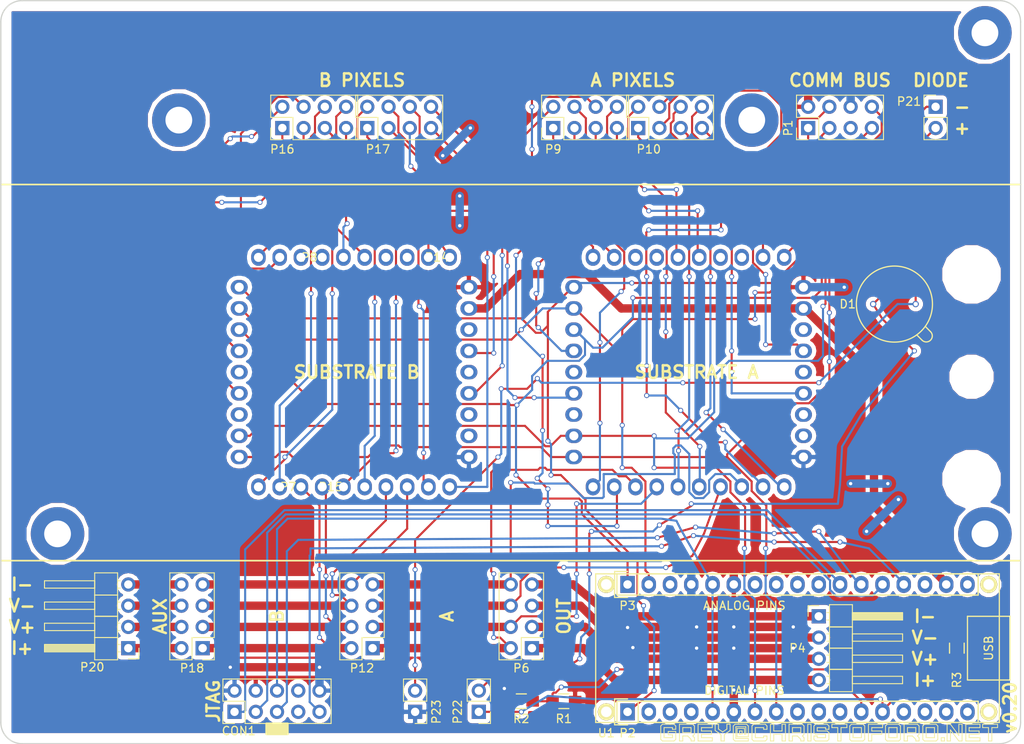
<source format=kicad_pcb>
(kicad_pcb (version 4) (host pcbnew 4.0.5)
  (layers (0 F.Cu mixed) (31 B.Cu mixed) (34 B.Paste user) (35 F.Paste user) (36 B.SilkS user) (37 F.SilkS user) (38 B.Mask user) (39 F.Mask user) (44 Edge.Cuts user))
  (net 0 "")
  (net 1 MISO)
  (net 2 +5V)
  (net 3 SCK)
  (net 4 MOSI)
  (net 5 GND)
  (net 6 SDA)
  (net 7 SCL)
  (net 8 +3V3)
  (net 9 OUT_I+)
  (net 10 OUT_V+)
  (net 11 OUT_V-)
  (net 12 OUT_I-)
  (net 13 AL_I)
  (net 14 AL_V)
  (net 15 A_I+)
  (net 16 A_V+)
  (net 17 A_V-)
  (net 18 A_I-)
  (net 19 A0_I)
  (net 20 A0_V)
  (net 21 A2_I)
  (net 22 A2_V)
  (net 23 A4_I)
  (net 24 A4_V)
  (net 25 A1_I)
  (net 26 A1_V)
  (net 27 A3_I)
  (net 28 A3_V)
  (net 29 A5_I)
  (net 30 A5_V)
  (net 31 AR_I)
  (net 32 AR_V)
  (net 33 B_I+)
  (net 34 B_V+)
  (net 35 B_V-)
  (net 36 B_I-)
  (net 37 BL_I)
  (net 38 BL_V)
  (net 39 B0_I)
  (net 40 B0_V)
  (net 41 B2_I)
  (net 42 B2_V)
  (net 43 B4_I)
  (net 44 B4_V)
  (net 45 B1_I)
  (net 46 B1_V)
  (net 47 B3_I)
  (net 48 B3_V)
  (net 49 B5_I)
  (net 50 B5_V)
  (net 51 BR_I)
  (net 52 BR_V)
  (net 53 AUX_OUT_I+)
  (net 54 AUX_OUT_V+)
  (net 55 AUX_OUT_V-)
  (net 56 AUX_OUT_I-)
  (net 57 TCK)
  (net 58 TDO)
  (net 59 TMS)
  (net 60 RESET)
  (net 61 TDI)
  (net 62 /CATHODE)
  (net 63 /ANODE)
  (net 64 AIN0)
  (net 65 ADC11)
  (module TO-5_2-PIN (layer F.Cu) (at 106.835 -52.595)
    (fp_text reference D1 (at -5.588 0) (layer F.SilkS))
    (fp_text value BPW21)
    (pad 1 thru_hole circle (at -2.54 0) (size 0.75 0.75) (drill 0.5) (layers *.Cu *.Mask) (net 62 /CATHODE))
    (pad 2 thru_hole circle (at 2.54 0) (size 0.75 0.75) (drill 0.5) (layers *.Cu *.Mask) (net 63 /ANODE))
  )
  (module myparts:arduino_micro (layer F.Cu) (at 72.39 -3.81 90)
    (fp_text reference U1 (at -2.54 0 180) (layer F.SilkS))
    (fp_text value ARDUINO_MICRO hide)
    (fp_text user "ANALOG PINS" (at 12.7 16.51 180) (layer F.SilkS))
    (fp_text user "DIGITAL PINS" (at 2.54 16.51 180) (layer F.SilkS))
    (fp_text user USB (at 7.62 45.72 90) (layer F.SilkS))
    (pad 2 thru_hole circle (at 15.24 0 270) (size 2.032 2.032) (drill 1.27) (layers *.Cu *.Mask F.SilkS))
    (pad 1 thru_hole circle (at 0 0 270) (size 2.032 2.032) (drill 1.27) (layers *.Cu *.Mask F.SilkS))
    (pad 3 thru_hole circle (at 15.24 45.72 270) (size 2.032 2.032) (drill 1.27) (layers *.Cu *.Mask F.SilkS))
    (pad 4 thru_hole circle (at 0 45.72 270) (size 2.032 2.032) (drill 1.27) (layers *.Cu *.Mask F.SilkS))
  )
  (module Mounting_Holes:MountingHole_3.2mm_M3_Pad (layer F.Cu) (at 89.781 -74.604)
    (fp_text reference REF** hide)
    (fp_text value MountingHole_3.2mm_M3_Pad hide)
    (pad 1 thru_hole circle (at 0 0) (size 6.4 6.4) (drill 3.2) (layers *.Cu *.Mask))
  )
  (module Pin_Headers:Pin_Header_Straight_2x04_Pitch2.54mm (layer F.Cu) (at 96.52 -73.66 90)
    (fp_text reference P1 (at 0 -2.39 90) (layer F.SilkS))
    (fp_text value CONN_02X04)
    (pad 1 thru_hole rect (at 0 0 90) (size 1.7 1.7) (drill 1) (layers *.Cu *.Mask) (net 1 MISO))
    (pad 2 thru_hole oval (at 2.54 0 90) (size 1.7 1.7) (drill 1) (layers *.Cu *.Mask) (net 2 +5V))
    (pad 3 thru_hole oval (at 0 2.54 90) (size 1.7 1.7) (drill 1) (layers *.Cu *.Mask) (net 3 SCK))
    (pad 4 thru_hole oval (at 2.54 2.54 90) (size 1.7 1.7) (drill 1) (layers *.Cu *.Mask) (net 4 MOSI))
    (pad 5 thru_hole oval (at 0 5.08 90) (size 1.7 1.7) (drill 1) (layers *.Cu *.Mask))
    (pad 6 thru_hole oval (at 2.54 5.08 90) (size 1.7 1.7) (drill 1) (layers *.Cu *.Mask) (net 5 GND))
    (pad 7 thru_hole oval (at 0 7.62 90) (size 1.7 1.7) (drill 1) (layers *.Cu *.Mask) (net 6 SDA))
    (pad 8 thru_hole oval (at 2.54 7.62 90) (size 1.7 1.7) (drill 1) (layers *.Cu *.Mask) (net 7 SCL))
  )
  (module Mounting_Holes:MountingHole_6mm (layer F.Cu) (at 116.055 -56.15)
    (fp_text reference REF** hide)
    (fp_text value MountingHole_6mm hide)
    (pad 1 np_thru_hole circle (at 0 0) (size 6 6) (drill 6) (layers *.Cu *.Mask))
  )
  (module Mounting_Holes:MountingHole_3.2mm_M3_Pad (layer F.Cu) (at 6.781 -25.104)
    (fp_text reference REF** hide)
    (fp_text value MountingHole_3.2mm_M3_Pad hide)
    (pad 1 thru_hole circle (at 0 0) (size 6.4 6.4) (drill 3.2) (layers *.Cu *.Mask))
  )
  (module Mounting_Holes:MountingHole_3.2mm_M3_Pad (layer F.Cu) (at 117.657 -25.104)
    (fp_text reference REF** hide)
    (fp_text value MountingHole_3.2mm_M3_Pad hide)
    (pad 1 thru_hole circle (at 0 0) (size 6.4 6.4) (drill 3.2) (layers *.Cu *.Mask))
  )
  (module Mounting_Holes:MountingHole_3.2mm_M3_Pad (layer F.Cu) (at 117.657 -85.048)
    (fp_text reference REF** hide)
    (fp_text value MountingHole_3.2mm_M3_Pad hide)
    (pad 1 thru_hole circle (at 0 0) (size 6.4 6.4) (drill 3.2) (layers *.Cu *.Mask))
  )
  (module Socket_Strips:Socket_Strip_Straight_1x17 (layer F.Cu) (at 74.93 -3.81)
    (fp_text reference P2 (at 0 2.54) (layer F.SilkS))
    (fp_text value CONN_01X17)
    (pad 1 thru_hole rect (at 0 0) (size 1.7272 2.032) (drill 1.016) (layers *.Cu *.Mask) (net 4 MOSI))
    (pad 2 thru_hole oval (at 2.54 0) (size 1.7272 2.032) (drill 1.016) (layers *.Cu *.Mask))
    (pad 3 thru_hole oval (at 5.08 0) (size 1.7272 2.032) (drill 1.016) (layers *.Cu *.Mask))
    (pad 4 thru_hole oval (at 7.62 0) (size 1.7272 2.032) (drill 1.016) (layers *.Cu *.Mask))
    (pad 5 thru_hole oval (at 10.16 0) (size 1.7272 2.032) (drill 1.016) (layers *.Cu *.Mask) (net 60 RESET))
    (pad 6 thru_hole oval (at 12.7 0) (size 1.7272 2.032) (drill 1.016) (layers *.Cu *.Mask) (net 5 GND))
    (pad 7 thru_hole oval (at 15.24 0) (size 1.7272 2.032) (drill 1.016) (layers *.Cu *.Mask) (net 6 SDA))
    (pad 8 thru_hole oval (at 17.78 0) (size 1.7272 2.032) (drill 1.016) (layers *.Cu *.Mask) (net 7 SCL))
    (pad 9 thru_hole oval (at 20.32 0) (size 1.7272 2.032) (drill 1.016) (layers *.Cu *.Mask))
    (pad 10 thru_hole oval (at 22.86 0) (size 1.7272 2.032) (drill 1.016) (layers *.Cu *.Mask))
    (pad 11 thru_hole oval (at 25.4 0) (size 1.7272 2.032) (drill 1.016) (layers *.Cu *.Mask))
    (pad 12 thru_hole oval (at 27.94 0) (size 1.7272 2.032) (drill 1.016) (layers *.Cu *.Mask) (net 64 AIN0))
    (pad 13 thru_hole oval (at 30.48 0) (size 1.7272 2.032) (drill 1.016) (layers *.Cu *.Mask) (net 65 ADC11))
    (pad 14 thru_hole oval (at 33.02 0) (size 1.7272 2.032) (drill 1.016) (layers *.Cu *.Mask))
    (pad 15 thru_hole oval (at 35.56 0) (size 1.7272 2.032) (drill 1.016) (layers *.Cu *.Mask))
    (pad 16 thru_hole oval (at 38.1 0) (size 1.7272 2.032) (drill 1.016) (layers *.Cu *.Mask))
    (pad 17 thru_hole oval (at 40.64 0) (size 1.7272 2.032) (drill 1.016) (layers *.Cu *.Mask))
  )
  (module Socket_Strips:Socket_Strip_Straight_1x17 (layer F.Cu) (at 74.93 -19.05)
    (fp_text reference P3 (at 0 2.54) (layer F.SilkS))
    (fp_text value CONN_01X17)
    (pad 1 thru_hole rect (at 0 0) (size 1.7272 2.032) (drill 1.016) (layers *.Cu *.Mask) (net 3 SCK))
    (pad 2 thru_hole oval (at 2.54 0) (size 1.7272 2.032) (drill 1.016) (layers *.Cu *.Mask) (net 1 MISO))
    (pad 3 thru_hole oval (at 5.08 0) (size 1.7272 2.032) (drill 1.016) (layers *.Cu *.Mask))
    (pad 4 thru_hole oval (at 7.62 0) (size 1.7272 2.032) (drill 1.016) (layers *.Cu *.Mask) (net 5 GND))
    (pad 5 thru_hole oval (at 10.16 0) (size 1.7272 2.032) (drill 1.016) (layers *.Cu *.Mask) (net 60 RESET))
    (pad 6 thru_hole oval (at 12.7 0) (size 1.7272 2.032) (drill 1.016) (layers *.Cu *.Mask) (net 2 +5V))
    (pad 7 thru_hole oval (at 15.24 0) (size 1.7272 2.032) (drill 1.016) (layers *.Cu *.Mask))
    (pad 8 thru_hole oval (at 17.78 0) (size 1.7272 2.032) (drill 1.016) (layers *.Cu *.Mask))
    (pad 9 thru_hole oval (at 20.32 0) (size 1.7272 2.032) (drill 1.016) (layers *.Cu *.Mask))
    (pad 10 thru_hole oval (at 22.86 0) (size 1.7272 2.032) (drill 1.016) (layers *.Cu *.Mask))
    (pad 11 thru_hole oval (at 25.4 0) (size 1.7272 2.032) (drill 1.016) (layers *.Cu *.Mask) (net 57 TCK))
    (pad 12 thru_hole oval (at 27.94 0) (size 1.7272 2.032) (drill 1.016) (layers *.Cu *.Mask) (net 59 TMS))
    (pad 13 thru_hole oval (at 30.48 0) (size 1.7272 2.032) (drill 1.016) (layers *.Cu *.Mask) (net 58 TDO))
    (pad 14 thru_hole oval (at 33.02 0) (size 1.7272 2.032) (drill 1.016) (layers *.Cu *.Mask) (net 61 TDI))
    (pad 15 thru_hole oval (at 35.56 0) (size 1.7272 2.032) (drill 1.016) (layers *.Cu *.Mask))
    (pad 16 thru_hole oval (at 38.1 0) (size 1.7272 2.032) (drill 1.016) (layers *.Cu *.Mask) (net 8 +3V3))
    (pad 17 thru_hole oval (at 40.64 0) (size 1.7272 2.032) (drill 1.016) (layers *.Cu *.Mask))
  )
  (module Pin_Headers:Pin_Header_Angled_1x04_Pitch2.54mm (layer F.Cu) (at 97.79 -15.24)
    (fp_text reference P4 (at -2.54 3.81) (layer F.SilkS))
    (fp_text value CONN_01X04)
    (pad 1 thru_hole rect (at 0 0) (size 1.7 1.7) (drill 1) (layers *.Cu *.Mask) (net 12 OUT_I-))
    (pad 2 thru_hole oval (at 0 2.54) (size 1.7 1.7) (drill 1) (layers *.Cu *.Mask) (net 11 OUT_V-))
    (pad 3 thru_hole oval (at 0 5.08) (size 1.7 1.7) (drill 1) (layers *.Cu *.Mask) (net 10 OUT_V+))
    (pad 4 thru_hole oval (at 0 7.62) (size 1.7 1.7) (drill 1) (layers *.Cu *.Mask) (net 9 OUT_I+))
  )
  (module Pin_Headers:Pin_Header_Straight_2x04_Pitch2.54mm (layer F.Cu) (at 63.5 -11.43 180)
    (fp_text reference P6 (at 1.27 -2.39 180) (layer F.SilkS))
    (fp_text value CONN_02X04)
    (pad 1 thru_hole rect (at 0 0 180) (size 1.7 1.7) (drill 1) (layers *.Cu *.Mask) (net 9 OUT_I+))
    (pad 2 thru_hole oval (at 2.54 0 180) (size 1.7 1.7) (drill 1) (layers *.Cu *.Mask) (net 15 A_I+))
    (pad 3 thru_hole oval (at 0 2.54 180) (size 1.7 1.7) (drill 1) (layers *.Cu *.Mask) (net 10 OUT_V+))
    (pad 4 thru_hole oval (at 2.54 2.54 180) (size 1.7 1.7) (drill 1) (layers *.Cu *.Mask) (net 16 A_V+))
    (pad 5 thru_hole oval (at 0 5.08 180) (size 1.7 1.7) (drill 1) (layers *.Cu *.Mask) (net 11 OUT_V-))
    (pad 6 thru_hole oval (at 2.54 5.08 180) (size 1.7 1.7) (drill 1) (layers *.Cu *.Mask) (net 17 A_V-))
    (pad 7 thru_hole oval (at 0 7.62 180) (size 1.7 1.7) (drill 1) (layers *.Cu *.Mask) (net 12 OUT_I-))
    (pad 8 thru_hole oval (at 2.54 7.62 180) (size 1.7 1.7) (drill 1) (layers *.Cu *.Mask) (net 18 A_I-))
  )
  (module Pin_Headers:Pin_Header_Straight_2x04_Pitch2.54mm (layer F.Cu) (at 66.04 -73.66 90)
    (fp_text reference P9 (at -2.54 0 180) (layer F.SilkS))
    (fp_text value CONN_02X04)
    (pad 1 thru_hole rect (at 0 0 90) (size 1.7 1.7) (drill 1) (layers *.Cu *.Mask) (net 13 AL_I))
    (pad 2 thru_hole oval (at 2.54 0 90) (size 1.7 1.7) (drill 1) (layers *.Cu *.Mask) (net 14 AL_V))
    (pad 3 thru_hole oval (at 0 2.54 90) (size 1.7 1.7) (drill 1) (layers *.Cu *.Mask) (net 19 A0_I))
    (pad 4 thru_hole oval (at 2.54 2.54 90) (size 1.7 1.7) (drill 1) (layers *.Cu *.Mask) (net 20 A0_V))
    (pad 5 thru_hole oval (at 0 5.08 90) (size 1.7 1.7) (drill 1) (layers *.Cu *.Mask) (net 25 A1_I))
    (pad 6 thru_hole oval (at 2.54 5.08 90) (size 1.7 1.7) (drill 1) (layers *.Cu *.Mask) (net 26 A1_V))
    (pad 7 thru_hole oval (at 0 7.62 90) (size 1.7 1.7) (drill 1) (layers *.Cu *.Mask) (net 21 A2_I))
    (pad 8 thru_hole oval (at 2.54 7.62 90) (size 1.7 1.7) (drill 1) (layers *.Cu *.Mask) (net 22 A2_V))
  )
  (module Pin_Headers:Pin_Header_Straight_2x04_Pitch2.54mm (layer F.Cu) (at 76.2 -73.66 90)
    (fp_text reference P10 (at -2.54 1.27 180) (layer F.SilkS))
    (fp_text value CONN_02X04)
    (pad 1 thru_hole rect (at 0 0 90) (size 1.7 1.7) (drill 1) (layers *.Cu *.Mask) (net 27 A3_I))
    (pad 2 thru_hole oval (at 2.54 0 90) (size 1.7 1.7) (drill 1) (layers *.Cu *.Mask) (net 28 A3_V))
    (pad 3 thru_hole oval (at 0 2.54 90) (size 1.7 1.7) (drill 1) (layers *.Cu *.Mask) (net 23 A4_I))
    (pad 4 thru_hole oval (at 2.54 2.54 90) (size 1.7 1.7) (drill 1) (layers *.Cu *.Mask) (net 24 A4_V))
    (pad 5 thru_hole oval (at 0 5.08 90) (size 1.7 1.7) (drill 1) (layers *.Cu *.Mask) (net 29 A5_I))
    (pad 6 thru_hole oval (at 2.54 5.08 90) (size 1.7 1.7) (drill 1) (layers *.Cu *.Mask) (net 30 A5_V))
    (pad 7 thru_hole oval (at 0 7.62 90) (size 1.7 1.7) (drill 1) (layers *.Cu *.Mask) (net 31 AR_I))
    (pad 8 thru_hole oval (at 2.54 7.62 90) (size 1.7 1.7) (drill 1) (layers *.Cu *.Mask) (net 32 AR_V))
  )
  (module Pin_Headers:Pin_Header_Straight_2x04_Pitch2.54mm (layer F.Cu) (at 44.45 -11.43 180)
    (fp_text reference P12 (at 1.27 -2.39 180) (layer F.SilkS))
    (fp_text value CONN_02X04)
    (pad 1 thru_hole rect (at 0 0 180) (size 1.7 1.7) (drill 1) (layers *.Cu *.Mask) (net 15 A_I+))
    (pad 2 thru_hole oval (at 2.54 0 180) (size 1.7 1.7) (drill 1) (layers *.Cu *.Mask) (net 33 B_I+))
    (pad 3 thru_hole oval (at 0 2.54 180) (size 1.7 1.7) (drill 1) (layers *.Cu *.Mask) (net 16 A_V+))
    (pad 4 thru_hole oval (at 2.54 2.54 180) (size 1.7 1.7) (drill 1) (layers *.Cu *.Mask) (net 34 B_V+))
    (pad 5 thru_hole oval (at 0 5.08 180) (size 1.7 1.7) (drill 1) (layers *.Cu *.Mask) (net 17 A_V-))
    (pad 6 thru_hole oval (at 2.54 5.08 180) (size 1.7 1.7) (drill 1) (layers *.Cu *.Mask) (net 35 B_V-))
    (pad 7 thru_hole oval (at 0 7.62 180) (size 1.7 1.7) (drill 1) (layers *.Cu *.Mask) (net 18 A_I-))
    (pad 8 thru_hole oval (at 2.54 7.62 180) (size 1.7 1.7) (drill 1) (layers *.Cu *.Mask) (net 36 B_I-))
  )
  (module Pin_Headers:Pin_Header_Straight_2x04_Pitch2.54mm (layer F.Cu) (at 33.655 -73.66 90)
    (fp_text reference P16 (at -2.54 0 180) (layer F.SilkS))
    (fp_text value CONN_02X04)
    (pad 1 thru_hole rect (at 0 0 90) (size 1.7 1.7) (drill 1) (layers *.Cu *.Mask) (net 37 BL_I))
    (pad 2 thru_hole oval (at 2.54 0 90) (size 1.7 1.7) (drill 1) (layers *.Cu *.Mask) (net 38 BL_V))
    (pad 3 thru_hole oval (at 0 2.54 90) (size 1.7 1.7) (drill 1) (layers *.Cu *.Mask) (net 39 B0_I))
    (pad 4 thru_hole oval (at 2.54 2.54 90) (size 1.7 1.7) (drill 1) (layers *.Cu *.Mask) (net 40 B0_V))
    (pad 5 thru_hole oval (at 0 5.08 90) (size 1.7 1.7) (drill 1) (layers *.Cu *.Mask) (net 45 B1_I))
    (pad 6 thru_hole oval (at 2.54 5.08 90) (size 1.7 1.7) (drill 1) (layers *.Cu *.Mask) (net 46 B1_V))
    (pad 7 thru_hole oval (at 0 7.62 90) (size 1.7 1.7) (drill 1) (layers *.Cu *.Mask) (net 41 B2_I))
    (pad 8 thru_hole oval (at 2.54 7.62 90) (size 1.7 1.7) (drill 1) (layers *.Cu *.Mask) (net 42 B2_V))
  )
  (module Pin_Headers:Pin_Header_Straight_2x04_Pitch2.54mm (layer F.Cu) (at 43.815 -73.66 90)
    (fp_text reference P17 (at -2.54 1.27 180) (layer F.SilkS))
    (fp_text value CONN_02X04)
    (pad 1 thru_hole rect (at 0 0 90) (size 1.7 1.7) (drill 1) (layers *.Cu *.Mask) (net 47 B3_I))
    (pad 2 thru_hole oval (at 2.54 0 90) (size 1.7 1.7) (drill 1) (layers *.Cu *.Mask) (net 48 B3_V))
    (pad 3 thru_hole oval (at 0 2.54 90) (size 1.7 1.7) (drill 1) (layers *.Cu *.Mask) (net 43 B4_I))
    (pad 4 thru_hole oval (at 2.54 2.54 90) (size 1.7 1.7) (drill 1) (layers *.Cu *.Mask) (net 44 B4_V))
    (pad 5 thru_hole oval (at 0 5.08 90) (size 1.7 1.7) (drill 1) (layers *.Cu *.Mask) (net 49 B5_I))
    (pad 6 thru_hole oval (at 2.54 5.08 90) (size 1.7 1.7) (drill 1) (layers *.Cu *.Mask) (net 50 B5_V))
    (pad 7 thru_hole oval (at 0 7.62 90) (size 1.7 1.7) (drill 1) (layers *.Cu *.Mask) (net 51 BR_I))
    (pad 8 thru_hole oval (at 2.54 7.62 90) (size 1.7 1.7) (drill 1) (layers *.Cu *.Mask) (net 52 BR_V))
  )
  (module Pin_Headers:Pin_Header_Straight_2x04_Pitch2.54mm (layer F.Cu) (at 24.13 -11.43 180)
    (fp_text reference P18 (at 1.27 -2.39 180) (layer F.SilkS))
    (fp_text value CONN_02X04)
    (pad 1 thru_hole rect (at 0 0 180) (size 1.7 1.7) (drill 1) (layers *.Cu *.Mask) (net 33 B_I+))
    (pad 2 thru_hole oval (at 2.54 0 180) (size 1.7 1.7) (drill 1) (layers *.Cu *.Mask) (net 53 AUX_OUT_I+))
    (pad 3 thru_hole oval (at 0 2.54 180) (size 1.7 1.7) (drill 1) (layers *.Cu *.Mask) (net 34 B_V+))
    (pad 4 thru_hole oval (at 2.54 2.54 180) (size 1.7 1.7) (drill 1) (layers *.Cu *.Mask) (net 54 AUX_OUT_V+))
    (pad 5 thru_hole oval (at 0 5.08 180) (size 1.7 1.7) (drill 1) (layers *.Cu *.Mask) (net 35 B_V-))
    (pad 6 thru_hole oval (at 2.54 5.08 180) (size 1.7 1.7) (drill 1) (layers *.Cu *.Mask) (net 55 AUX_OUT_V-))
    (pad 7 thru_hole oval (at 0 7.62 180) (size 1.7 1.7) (drill 1) (layers *.Cu *.Mask) (net 36 B_I-))
    (pad 8 thru_hole oval (at 2.54 7.62 180) (size 1.7 1.7) (drill 1) (layers *.Cu *.Mask) (net 56 AUX_OUT_I-))
  )
  (module Pin_Headers:Pin_Header_Angled_1x04_Pitch2.54mm (layer F.Cu) (at 15.24 -11.43 180)
    (fp_text reference P20 (at 4.315 -2.27 180) (layer F.SilkS))
    (fp_text value CONN_01X04)
    (pad 1 thru_hole rect (at 0 0 180) (size 1.7 1.7) (drill 1) (layers *.Cu *.Mask) (net 53 AUX_OUT_I+))
    (pad 2 thru_hole oval (at 0 2.54 180) (size 1.7 1.7) (drill 1) (layers *.Cu *.Mask) (net 54 AUX_OUT_V+))
    (pad 3 thru_hole oval (at 0 5.08 180) (size 1.7 1.7) (drill 1) (layers *.Cu *.Mask) (net 55 AUX_OUT_V-))
    (pad 4 thru_hole oval (at 0 7.62 180) (size 1.7 1.7) (drill 1) (layers *.Cu *.Mask) (net 56 AUX_OUT_I-))
  )
  (module Mounting_Holes:MountingHole_3.2mm_M3_Pad (layer F.Cu) (at 21.281 -74.604)
    (fp_text reference REF** hide)
    (fp_text value MountingHole_3.2mm_M3_Pad hide)
    (pad 1 thru_hole circle (at 0 0) (size 6.4 6.4) (drill 3.2) (layers *.Cu *.Mask))
  )
  (module Mounting_Holes:MountingHole_6mm (layer F.Cu) (at 116.055 -31.65)
    (fp_text reference REF** hide)
    (fp_text value MountingHole_6mm hide)
    (pad 1 np_thru_hole circle (at 0 0) (size 6 6) (drill 6) (layers *.Cu *.Mask))
  )
  (module Mounting_Holes:MountingHole_4.3mm_M4 (layer F.Cu) (at 116.055 -43.9)
    (fp_text reference REF** hide)
    (fp_text value MountingHole_4.3mm_M4 hide)
    (pad 1 np_thru_hole circle (at 0 0) (size 4.3 4.3) (drill 4.3) (layers *.Cu *.Mask))
  )
  (module Pin_Headers:Pin_Header_Straight_2x05_Pitch2.54mm (layer F.Cu) (at 27.94 -3.81 90)
    (fp_text reference CON1 (at -2.286 0.508 180) (layer F.SilkS))
    (fp_text value AVR-JTAG-10)
    (pad 1 thru_hole rect (at 0 0 90) (size 1.7 1.7) (drill 1) (layers *.Cu *.Mask) (net 57 TCK))
    (pad 2 thru_hole oval (at 2.54 0 90) (size 1.7 1.7) (drill 1) (layers *.Cu *.Mask) (net 5 GND))
    (pad 3 thru_hole oval (at 0 2.54 90) (size 1.7 1.7) (drill 1) (layers *.Cu *.Mask) (net 58 TDO))
    (pad 4 thru_hole oval (at 2.54 2.54 90) (size 1.7 1.7) (drill 1) (layers *.Cu *.Mask) (net 2 +5V))
    (pad 5 thru_hole oval (at 0 5.08 90) (size 1.7 1.7) (drill 1) (layers *.Cu *.Mask) (net 59 TMS))
    (pad 6 thru_hole oval (at 2.54 5.08 90) (size 1.7 1.7) (drill 1) (layers *.Cu *.Mask) (net 60 RESET))
    (pad 7 thru_hole oval (at 0 7.62 90) (size 1.7 1.7) (drill 1) (layers *.Cu *.Mask))
    (pad 8 thru_hole oval (at 2.54 7.62 90) (size 1.7 1.7) (drill 1) (layers *.Cu *.Mask))
    (pad 9 thru_hole oval (at 0 10.16 90) (size 1.7 1.7) (drill 1) (layers *.Cu *.Mask) (net 61 TDI))
    (pad 10 thru_hole oval (at 2.54 10.16 90) (size 1.7 1.7) (drill 1) (layers *.Cu *.Mask) (net 5 GND))
  )
  (module Pin_Headers:Pin_Header_Straight_1x02_Pitch2.54mm (layer F.Cu) (at 111.76 -76.2)
    (fp_text reference P21 (at -3.175 -0.635) (layer F.SilkS))
    (fp_text value CONN_01X02)
    (pad 1 thru_hole rect (at 0 0) (size 1.7 1.7) (drill 1) (layers *.Cu *.Mask) (net 62 /CATHODE))
    (pad 2 thru_hole oval (at 0 2.54) (size 1.7 1.7) (drill 1) (layers *.Cu *.Mask) (net 63 /ANODE))
  )
  (module Pin_Headers:Pin_Header_Straight_1x02_Pitch2.54mm (layer F.Cu) (at 57.15 -3.81 180)
    (fp_text reference P22 (at 2.54 0 270) (layer F.SilkS))
    (fp_text value CONN_01X02)
    (pad 1 thru_hole rect (at 0 0 180) (size 1.7 1.7) (drill 1) (layers *.Cu *.Mask) (net 65 ADC11))
    (pad 2 thru_hole oval (at 0 2.54 180) (size 1.7 1.7) (drill 1) (layers *.Cu *.Mask) (net 62 /CATHODE))
  )
  (module Pin_Headers:Pin_Header_Straight_1x02_Pitch2.54mm (layer F.Cu) (at 49.53 -3.81 180)
    (fp_text reference P23 (at -2.54 0 270) (layer F.SilkS))
    (fp_text value CONN_01X02)
    (pad 1 thru_hole rect (at 0 0 180) (size 1.7 1.7) (drill 1) (layers *.Cu *.Mask) (net 5 GND))
    (pad 2 thru_hole oval (at 0 2.54 180) (size 1.7 1.7) (drill 1) (layers *.Cu *.Mask) (net 63 /ANODE))
  )
  (module Resistors_SMD:R_0805_HandSoldering (layer F.Cu) (at 67.31 -5.08 180)
    (fp_text reference R1 (at 0 -2.1 180) (layer F.SilkS))
    (fp_text value 70K)
    (pad 1 smd rect (at -1.35 0 180) (size 1.5 1.3) (layers F.Cu F.Paste F.Mask) (net 2 +5V))
    (pad 2 smd rect (at 1.35 0 180) (size 1.5 1.3) (layers F.Cu F.Paste F.Mask) (net 64 AIN0))
  )
  (module Resistors_SMD:R_0805_HandSoldering (layer F.Cu) (at 62.23 -5.08 180)
    (fp_text reference R2 (at 0 -2.1 180) (layer F.SilkS))
    (fp_text value 30K)
    (pad 1 smd rect (at -1.35 0 180) (size 1.5 1.3) (layers F.Cu F.Paste F.Mask) (net 64 AIN0))
    (pad 2 smd rect (at 1.35 0 180) (size 1.5 1.3) (layers F.Cu F.Paste F.Mask) (net 5 GND))
  )
  (module Resistors_SMD:R_0805_HandSoldering (layer F.Cu) (at 114.3 -11.43 270)
    (fp_text reference R3 (at 3.81 0 270) (layer F.SilkS))
    (fp_text value 1M)
    (pad 1 smd rect (at -1.35 0 270) (size 1.5 1.3) (layers F.Cu F.Paste F.Mask) (net 2 +5V))
    (pad 2 smd rect (at 1.35 0 270) (size 1.5 1.3) (layers F.Cu F.Paste F.Mask) (net 65 ADC11))
  )
  (module myparts:4994-0-15-15-11-27-10-0 (layer F.Cu) (at 28.5 -54.615 90)
    (fp_text reference P24 hide)
    (fp_text value CONN_01X01 hide)
    (pad 1 thru_hole oval (at 0 0 90) (size 1.7272 2.032) (drill 1.09) (layers *.Cu *.Mask) (net 4 MOSI))
  )
  (module myparts:4994-0-15-15-11-27-10-0 (layer F.Cu) (at 28.5 -52.075 90)
    (fp_text reference P25 hide)
    (fp_text value CONN_01X01 hide)
    (pad 1 thru_hole oval (at 0 0 90) (size 1.7272 2.032) (drill 1.09) (layers *.Cu *.Mask) (net 1 MISO))
  )
  (module myparts:4994-0-15-15-11-27-10-0 (layer F.Cu) (at 28.5 -49.535 90)
    (fp_text reference P26 hide)
    (fp_text value CONN_01X01 hide)
    (pad 1 thru_hole oval (at 0 0 90) (size 1.7272 2.032) (drill 1.09) (layers *.Cu *.Mask) (net 3 SCK))
  )
  (module myparts:4994-0-15-15-11-27-10-0 (layer F.Cu) (at 28.5 -46.995 90)
    (fp_text reference P27 hide)
    (fp_text value CONN_01X01 hide)
    (pad 1 thru_hole oval (at 0 0 90) (size 1.7272 2.032) (drill 1.09) (layers *.Cu *.Mask) (net 37 BL_I))
  )
  (module myparts:4994-0-15-15-11-27-10-0 (layer F.Cu) (at 28.5 -44.455 90)
    (fp_text reference P28 hide)
    (fp_text value CONN_01X01 hide)
    (pad 1 thru_hole oval (at 0 0 90) (size 1.7272 2.032) (drill 1.09) (layers *.Cu *.Mask))
  )
  (module myparts:4994-0-15-15-11-27-10-0 (layer F.Cu) (at 28.5 -41.915 90)
    (fp_text reference P29 hide)
    (fp_text value CONN_01X01 hide)
    (pad 1 thru_hole oval (at 0 0 90) (size 1.7272 2.032) (drill 1.09) (layers *.Cu *.Mask) (net 38 BL_V))
  )
  (module myparts:4994-0-15-15-11-27-10-0 (layer F.Cu) (at 28.5 -39.375 90)
    (fp_text reference P30 hide)
    (fp_text value CONN_01X01 hide)
    (pad 1 thru_hole oval (at 0 0 90) (size 1.7272 2.032) (drill 1.09) (layers *.Cu *.Mask))
  )
  (module myparts:4994-0-15-15-11-27-10-0 (layer F.Cu) (at 28.5 -36.835 90)
    (fp_text reference P31 hide)
    (fp_text value CONN_01X01 hide)
    (pad 1 thru_hole oval (at 0 0 90) (size 1.7272 2.032) (drill 1.09) (layers *.Cu *.Mask) (net 6 SDA))
  )
  (module myparts:4994-0-15-15-11-27-10-0 (layer F.Cu) (at 28.5 -34.295 90)
    (fp_text reference P32 hide)
    (fp_text value CONN_01X01 hide)
    (pad 1 thru_hole oval (at 0 0 90) (size 1.7272 2.032) (drill 1.09) (layers *.Cu *.Mask) (net 7 SCL))
  )
  (module myparts:4994-0-15-15-11-27-10-0 (layer F.Cu) (at 95.96 -54.615 90)
    (fp_text reference P13 hide)
    (fp_text value CONN_01X01)
    (pad 1 thru_hole oval (at 0 0 90) (size 1.7272 2.032) (drill 1.09) (layers *.Cu *.Mask) (net 2 +5V))
  )
  (module myparts:4994-0-15-15-11-27-10-0 (layer F.Cu) (at 55.96 -52.075 90)
    (fp_text reference P33 hide)
    (fp_text value CONN_01X01)
    (pad 1 thru_hole oval (at 0 0 90) (size 1.7272 2.032) (drill 1.09) (layers *.Cu *.Mask) (net 8 +3V3))
  )
  (module myparts:4994-0-15-15-11-27-10-0 (layer F.Cu) (at 55.96 -39.375 90)
    (fp_text reference P34 hide)
    (fp_text value CONN_01X01)
    (pad 1 thru_hole oval (at 0 0 90) (size 1.7272 2.032) (drill 1.09) (layers *.Cu *.Mask))
  )
  (module myparts:4994-0-15-15-11-27-10-0 (layer F.Cu) (at 55.96 -46.995 90)
    (fp_text reference P35 hide)
    (fp_text value CONN_01X01)
    (pad 1 thru_hole oval (at 0 0 90) (size 1.7272 2.032) (drill 1.09) (layers *.Cu *.Mask) (net 51 BR_I))
  )
  (module myparts:4994-0-15-15-11-27-10-0 (layer F.Cu) (at 55.96 -49.535 90)
    (fp_text reference P36 hide)
    (fp_text value CONN_01X01)
    (pad 1 thru_hole oval (at 0 0 90) (size 1.7272 2.032) (drill 1.09) (layers *.Cu *.Mask))
  )
  (module myparts:4994-0-15-15-11-27-10-0 (layer F.Cu) (at 55.96 -41.915 90)
    (fp_text reference P37 hide)
    (fp_text value CONN_01X01)
    (pad 1 thru_hole oval (at 0 0 90) (size 1.7272 2.032) (drill 1.09) (layers *.Cu *.Mask) (net 52 BR_V))
  )
  (module myparts:4994-0-15-15-11-27-10-0 (layer F.Cu) (at 95.96 -44.455 90)
    (fp_text reference P38 hide)
    (fp_text value CONN_01X01)
    (pad 1 thru_hole oval (at 0 0 90) (size 1.7272 2.032) (drill 1.09) (layers *.Cu *.Mask))
  )
  (module myparts:4994-0-15-15-11-27-10-0 (layer F.Cu) (at 68.5 -44.455 90)
    (fp_text reference P39 hide)
    (fp_text value CONN_01X01)
    (pad 1 thru_hole oval (at 0 0 90) (size 1.7272 2.032) (drill 1.09) (layers *.Cu *.Mask))
  )
  (module myparts:4994-0-15-15-11-27-10-0 (layer F.Cu) (at 55.96 -34.295 90)
    (fp_text reference P40 hide)
    (fp_text value CONN_01X01)
    (pad 1 thru_hole oval (at 0 0 90) (size 1.7272 2.032) (drill 1.09) (layers *.Cu *.Mask) (net 5 GND))
  )
  (module myparts:4994-0-15-15-11-27-10-0 (layer F.Cu) (at 68.5 -54.615 90)
    (fp_text reference P41 hide)
    (fp_text value CONN_01X01)
    (pad 1 thru_hole oval (at 0 0 90) (size 1.7272 2.032) (drill 1.09) (layers *.Cu *.Mask) (net 4 MOSI))
  )
  (module myparts:4994-0-15-15-11-27-10-0 (layer F.Cu) (at 68.5 -52.075 90)
    (fp_text reference P42 hide)
    (fp_text value CONN_01X01)
    (pad 1 thru_hole oval (at 0 0 90) (size 1.7272 2.032) (drill 1.09) (layers *.Cu *.Mask) (net 1 MISO))
  )
  (module myparts:4994-0-15-15-11-27-10-0 (layer F.Cu) (at 68.5 -49.535 90)
    (fp_text reference P43 hide)
    (fp_text value CONN_01X01)
    (pad 1 thru_hole oval (at 0 0 90) (size 1.7272 2.032) (drill 1.09) (layers *.Cu *.Mask) (net 3 SCK))
  )
  (module myparts:4994-0-15-15-11-27-10-0 (layer F.Cu) (at 68.5 -46.995 90)
    (fp_text reference P44 hide)
    (fp_text value CONN_01X01)
    (pad 1 thru_hole oval (at 0 0 90) (size 1.7272 2.032) (drill 1.09) (layers *.Cu *.Mask) (net 13 AL_I))
  )
  (module myparts:4994-0-15-15-11-27-10-0 (layer F.Cu) (at 68.5 -39.375 90)
    (fp_text reference P45 hide)
    (fp_text value CONN_01X01)
    (pad 1 thru_hole oval (at 0 0 90) (size 1.7272 2.032) (drill 1.09) (layers *.Cu *.Mask))
  )
  (module myparts:4994-0-15-15-11-27-10-0 (layer F.Cu) (at 68.5 -41.915 90)
    (fp_text reference P46 hide)
    (fp_text value CONN_01X01)
    (pad 1 thru_hole oval (at 0 0 90) (size 1.7272 2.032) (drill 1.09) (layers *.Cu *.Mask) (net 14 AL_V))
  )
  (module myparts:4994-0-15-15-11-27-10-0 (layer F.Cu) (at 95.96 -49.535 90)
    (fp_text reference P47 hide)
    (fp_text value CONN_01X01)
    (pad 1 thru_hole oval (at 0 0 90) (size 1.7272 2.032) (drill 1.09) (layers *.Cu *.Mask))
  )
  (module myparts:4994-0-15-15-11-27-10-0 (layer F.Cu) (at 68.505 -36.83 90)
    (fp_text reference P48 hide)
    (fp_text value CONN_01X01)
    (pad 1 thru_hole oval (at 0 0 90) (size 1.7272 2.032) (drill 1.09) (layers *.Cu *.Mask) (net 6 SDA))
  )
  (module myparts:4994-0-15-15-11-27-10-0 (layer F.Cu) (at 68.5 -34.295 90)
    (fp_text reference P49 hide)
    (fp_text value CONN_01X01)
    (pad 1 thru_hole oval (at 0 0 90) (size 1.7272 2.032) (drill 1.09) (layers *.Cu *.Mask) (net 7 SCL))
  )
  (module myparts:4994-0-15-15-11-27-10-0 (layer F.Cu) (at 55.96 -54.615 90)
    (fp_text reference P50 hide)
    (fp_text value CONN_01X01)
    (pad 1 thru_hole oval (at 0 0 90) (size 1.7272 2.032) (drill 1.09) (layers *.Cu *.Mask) (net 2 +5V))
  )
  (module myparts:4994-0-15-15-11-27-10-0 (layer F.Cu) (at 95.96 -52.075 90)
    (fp_text reference P51 hide)
    (fp_text value CONN_01X01)
    (pad 1 thru_hole oval (at 0 0 90) (size 1.7272 2.032) (drill 1.09) (layers *.Cu *.Mask) (net 8 +3V3))
  )
  (module myparts:4994-0-15-15-11-27-10-0 (layer F.Cu) (at 95.96 -39.375 90)
    (fp_text reference P52 hide)
    (fp_text value CONN_01X01)
    (pad 1 thru_hole oval (at 0 0 90) (size 1.7272 2.032) (drill 1.09) (layers *.Cu *.Mask))
  )
  (module myparts:4994-0-15-15-11-27-10-0 (layer F.Cu) (at 95.96 -46.995 90)
    (fp_text reference P53 hide)
    (fp_text value CONN_01X01)
    (pad 1 thru_hole oval (at 0 0 90) (size 1.7272 2.032) (drill 1.09) (layers *.Cu *.Mask) (net 31 AR_I))
  )
  (module myparts:4994-0-15-15-11-27-10-0 (layer F.Cu) (at 95.96 -36.835 90)
    (fp_text reference P54 hide)
    (fp_text value CONN_01X01)
    (pad 1 thru_hole oval (at 0 0 90) (size 1.7272 2.032) (drill 1.09) (layers *.Cu *.Mask))
  )
  (module myparts:4994-0-15-15-11-27-10-0 (layer F.Cu) (at 95.96 -41.915 90)
    (fp_text reference P55 hide)
    (fp_text value CONN_01X01)
    (pad 1 thru_hole oval (at 0 0 90) (size 1.7272 2.032) (drill 1.09) (layers *.Cu *.Mask) (net 32 AR_V))
  )
  (module myparts:4994-0-15-15-11-27-10-0 (layer F.Cu) (at 55.96 -44.455 90)
    (fp_text reference P56 hide)
    (fp_text value CONN_01X01)
    (pad 1 thru_hole oval (at 0 0 90) (size 1.7272 2.032) (drill 1.09) (layers *.Cu *.Mask))
  )
  (module myparts:4994-0-15-15-11-27-10-0 (layer F.Cu) (at 55.96 -36.835 90)
    (fp_text reference P57 hide)
    (fp_text value CONN_01X01)
    (pad 1 thru_hole oval (at 0 0 90) (size 1.7272 2.032) (drill 1.09) (layers *.Cu *.Mask))
  )
  (module myparts:4994-0-15-15-11-27-10-0 (layer F.Cu) (at 95.96 -34.295 90)
    (fp_text reference P58 hide)
    (fp_text value CONN_01X01)
    (pad 1 thru_hole oval (at 0 0 90) (size 1.7272 2.032) (drill 1.09) (layers *.Cu *.Mask) (net 5 GND))
  )
  (module myparts:4994-0-15-15-11-27-10-0 (layer F.Cu) (at 30.8 -58.185)
    (fp_text reference P5 hide)
    (fp_text value CONN_01X01)
    (pad 1 thru_hole oval (at 0 0) (size 1.7272 2.032) (drill 1.09) (layers *.Cu *.Mask) (net 39 B0_I))
  )
  (module myparts:4994-0-15-15-11-27-10-0 (layer F.Cu) (at 33.34 -30.725)
    (fp_text reference P11 hide)
    (fp_text value CONN_01X01)
    (pad 1 thru_hole oval (at 0 0) (size 1.7272 2.032) (drill 1.09) (layers *.Cu *.Mask) (net 46 B1_V))
  )
  (module myparts:4994-0-15-15-11-27-10-0 (layer F.Cu) (at 78.42 -58.185)
    (fp_text reference P19 hide)
    (fp_text value CONN_01X01)
    (pad 1 thru_hole oval (at 0 0) (size 1.7272 2.032) (drill 1.09) (layers *.Cu *.Mask))
  )
  (module myparts:4994-0-15-15-11-27-10-0 (layer F.Cu) (at 38.42 -30.725)
    (fp_text reference P59 hide)
    (fp_text value CONN_01X01)
    (pad 1 thru_hole oval (at 0 0) (size 1.7272 2.032) (drill 1.09) (layers *.Cu *.Mask) (net 34 B_V+))
  )
  (module myparts:4994-0-15-15-11-27-10-0 (layer F.Cu) (at 40.96 -58.185)
    (fp_text reference P60 hide)
    (fp_text value CONN_01X01)
    (pad 1 thru_hole oval (at 0 0) (size 1.7272 2.032) (drill 1.09) (layers *.Cu *.Mask) (net 41 B2_I))
  )
  (module myparts:4994-0-15-15-11-27-10-0 (layer F.Cu) (at 40.96 -30.725)
    (fp_text reference P61 hide)
    (fp_text value CONN_01X01)
    (pad 1 thru_hole oval (at 0 0) (size 1.7272 2.032) (drill 1.09) (layers *.Cu *.Mask) (net 47 B3_I))
  )
  (module myparts:4994-0-15-15-11-27-10-0 (layer F.Cu) (at 43.5 -58.185)
    (fp_text reference P62 hide)
    (fp_text value CONN_01X01)
    (pad 1 thru_hole oval (at 0 0) (size 1.7272 2.032) (drill 1.09) (layers *.Cu *.Mask) (net 42 B2_V))
  )
  (module myparts:4994-0-15-15-11-27-10-0 (layer F.Cu) (at 43.5 -30.725)
    (fp_text reference P63 hide)
    (fp_text value CONN_01X01)
    (pad 1 thru_hole oval (at 0 0) (size 1.7272 2.032) (drill 1.09) (layers *.Cu *.Mask) (net 48 B3_V))
  )
  (module myparts:4994-0-15-15-11-27-10-0 (layer F.Cu) (at 88.58 -58.185)
    (fp_text reference P64 hide)
    (fp_text value CONN_01X01)
    (pad 1 thru_hole oval (at 0 0) (size 1.7272 2.032) (drill 1.09) (layers *.Cu *.Mask))
  )
  (module myparts:4994-0-15-15-11-27-10-0 (layer F.Cu) (at 46.04 -30.725)
    (fp_text reference P65 hide)
    (fp_text value CONN_01X01)
    (pad 1 thru_hole oval (at 0 0) (size 1.7272 2.032) (drill 1.09) (layers *.Cu *.Mask) (net 35 B_V-))
  )
  (module myparts:4994-0-15-15-11-27-10-0 (layer F.Cu) (at 46.04 -58.185)
    (fp_text reference P66 hide)
    (fp_text value CONN_01X01)
    (pad 1 thru_hole oval (at 0 0) (size 1.7272 2.032) (drill 1.09) (layers *.Cu *.Mask))
  )
  (module myparts:4994-0-15-15-11-27-10-0 (layer F.Cu) (at 48.58 -30.725)
    (fp_text reference P67 hide)
    (fp_text value CONN_01X01)
    (pad 1 thru_hole oval (at 0 0) (size 1.7272 2.032) (drill 1.09) (layers *.Cu *.Mask) (net 36 B_I-))
  )
  (module myparts:4994-0-15-15-11-27-10-0 (layer F.Cu) (at 51.12 -58.185)
    (fp_text reference P68 hide)
    (fp_text value CONN_01X01)
    (pad 1 thru_hole oval (at 0 0) (size 1.7272 2.032) (drill 1.09) (layers *.Cu *.Mask) (net 43 B4_I))
  )
  (module myparts:4994-0-15-15-11-27-10-0 (layer F.Cu) (at 51.12 -30.725)
    (fp_text reference P69 hide)
    (fp_text value CONN_01X01)
    (pad 1 thru_hole oval (at 0 0) (size 1.7272 2.032) (drill 1.09) (layers *.Cu *.Mask) (net 49 B5_I))
  )
  (module myparts:4994-0-15-15-11-27-10-0 (layer F.Cu) (at 53.66 -58.185)
    (fp_text reference P70 hide)
    (fp_text value CONN_01X01)
    (pad 1 thru_hole oval (at 0 0) (size 1.7272 2.032) (drill 1.09) (layers *.Cu *.Mask) (net 44 B4_V))
  )
  (module myparts:4994-0-15-15-11-27-10-0 (layer F.Cu) (at 53.66 -30.725)
    (fp_text reference P71 hide)
    (fp_text value CONN_01X01)
    (pad 1 thru_hole oval (at 0 0) (size 1.7272 2.032) (drill 1.09) (layers *.Cu *.Mask) (net 50 B5_V))
  )
  (module myparts:4994-0-15-15-11-27-10-0 (layer F.Cu) (at 70.8 -58.185)
    (fp_text reference P72 hide)
    (fp_text value CONN_01X01)
    (pad 1 thru_hole oval (at 0 0) (size 1.7272 2.032) (drill 1.09) (layers *.Cu *.Mask) (net 19 A0_I))
  )
  (module myparts:4994-0-15-15-11-27-10-0 (layer F.Cu) (at 70.8 -30.725)
    (fp_text reference P73 hide)
    (fp_text value CONN_01X01)
    (pad 1 thru_hole oval (at 0 0) (size 1.7272 2.032) (drill 1.09) (layers *.Cu *.Mask) (net 25 A1_I))
  )
  (module myparts:4994-0-15-15-11-27-10-0 (layer F.Cu) (at 73.34 -58.185)
    (fp_text reference P74 hide)
    (fp_text value CONN_01X01)
    (pad 1 thru_hole oval (at 0 0) (size 1.7272 2.032) (drill 1.09) (layers *.Cu *.Mask) (net 20 A0_V))
  )
  (module myparts:4994-0-15-15-11-27-10-0 (layer F.Cu) (at 73.34 -30.725)
    (fp_text reference P75 hide)
    (fp_text value CONN_01X01)
    (pad 1 thru_hole oval (at 0 0) (size 1.7272 2.032) (drill 1.09) (layers *.Cu *.Mask) (net 26 A1_V))
  )
  (module myparts:4994-0-15-15-11-27-10-0 (layer F.Cu) (at 75.88 -58.185)
    (fp_text reference P76 hide)
    (fp_text value CONN_01X01)
    (pad 1 thru_hole oval (at 0 0) (size 1.7272 2.032) (drill 1.09) (layers *.Cu *.Mask))
  )
  (module myparts:4994-0-15-15-11-27-10-0 (layer F.Cu) (at 75.88 -30.725)
    (fp_text reference P77 hide)
    (fp_text value CONN_01X01)
    (pad 1 thru_hole oval (at 0 0) (size 1.7272 2.032) (drill 1.09) (layers *.Cu *.Mask) (net 15 A_I+))
  )
  (module myparts:4994-0-15-15-11-27-10-0 (layer F.Cu) (at 86.04 -58.185)
    (fp_text reference P78 hide)
    (fp_text value CONN_01X01)
    (pad 1 thru_hole oval (at 0 0) (size 1.7272 2.032) (drill 1.09) (layers *.Cu *.Mask))
  )
  (module myparts:4994-0-15-15-11-27-10-0 (layer F.Cu) (at 78.42 -30.725)
    (fp_text reference P79 hide)
    (fp_text value CONN_01X01)
    (pad 1 thru_hole oval (at 0 0) (size 1.7272 2.032) (drill 1.09) (layers *.Cu *.Mask) (net 16 A_V+))
  )
  (module myparts:4994-0-15-15-11-27-10-0 (layer F.Cu) (at 80.96 -58.185)
    (fp_text reference P80 hide)
    (fp_text value CONN_01X01)
    (pad 1 thru_hole oval (at 0 0) (size 1.7272 2.032) (drill 1.09) (layers *.Cu *.Mask) (net 21 A2_I))
  )
  (module myparts:4994-0-15-15-11-27-10-0 (layer F.Cu) (at 80.96 -30.725)
    (fp_text reference P81 hide)
    (fp_text value CONN_01X01)
    (pad 1 thru_hole oval (at 0 0) (size 1.7272 2.032) (drill 1.09) (layers *.Cu *.Mask) (net 27 A3_I))
  )
  (module myparts:4994-0-15-15-11-27-10-0 (layer F.Cu) (at 83.5 -58.185)
    (fp_text reference P82 hide)
    (fp_text value CONN_01X01)
    (pad 1 thru_hole oval (at 0 0) (size 1.7272 2.032) (drill 1.09) (layers *.Cu *.Mask) (net 22 A2_V))
  )
  (module myparts:4994-0-15-15-11-27-10-0 (layer F.Cu) (at 83.5 -30.725)
    (fp_text reference P83 hide)
    (fp_text value CONN_01X01)
    (pad 1 thru_hole oval (at 0 0) (size 1.7272 2.032) (drill 1.09) (layers *.Cu *.Mask) (net 28 A3_V))
  )
  (module myparts:4994-0-15-15-11-27-10-0 (layer F.Cu) (at 38.42 -58.185)
    (fp_text reference P84 hide)
    (fp_text value CONN_01X01)
    (pad 1 thru_hole oval (at 0 0) (size 1.7272 2.032) (drill 1.09) (layers *.Cu *.Mask))
  )
  (module myparts:4994-0-15-15-11-27-10-0 (layer F.Cu) (at 86.04 -30.725)
    (fp_text reference P85 hide)
    (fp_text value CONN_01X01)
    (pad 1 thru_hole oval (at 0 0) (size 1.7272 2.032) (drill 1.09) (layers *.Cu *.Mask) (net 17 A_V-))
  )
  (module myparts:4994-0-15-15-11-27-10-0 (layer F.Cu) (at 35.88 -58.185)
    (fp_text reference P86 hide)
    (fp_text value CONN_01X01)
    (pad 1 thru_hole oval (at 0 0) (size 1.7272 2.032) (drill 1.09) (layers *.Cu *.Mask))
  )
  (module myparts:4994-0-15-15-11-27-10-0 (layer F.Cu) (at 88.58 -30.725)
    (fp_text reference P87 hide)
    (fp_text value CONN_01X01)
    (pad 1 thru_hole oval (at 0 0) (size 1.7272 2.032) (drill 1.09) (layers *.Cu *.Mask) (net 18 A_I-))
  )
  (module myparts:4994-0-15-15-11-27-10-0 (layer F.Cu) (at 91.12 -58.185)
    (fp_text reference P88 hide)
    (fp_text value CONN_01X01)
    (pad 1 thru_hole oval (at 0 0) (size 1.7272 2.032) (drill 1.09) (layers *.Cu *.Mask) (net 23 A4_I))
  )
  (module myparts:4994-0-15-15-11-27-10-0 (layer F.Cu) (at 91.12 -30.725)
    (fp_text reference P89 hide)
    (fp_text value CONN_01X01)
    (pad 1 thru_hole oval (at 0 0) (size 1.7272 2.032) (drill 1.09) (layers *.Cu *.Mask) (net 29 A5_I))
  )
  (module myparts:4994-0-15-15-11-27-10-0 (layer F.Cu) (at 93.66 -58.185)
    (fp_text reference P90 hide)
    (fp_text value CONN_01X01)
    (pad 1 thru_hole oval (at 0 0) (size 1.7272 2.032) (drill 1.09) (layers *.Cu *.Mask) (net 24 A4_V))
  )
  (module myparts:4994-0-15-15-11-27-10-0 (layer F.Cu) (at 93.66 -30.725)
    (fp_text reference P91 hide)
    (fp_text value CONN_01X01)
    (pad 1 thru_hole oval (at 0 0) (size 1.7272 2.032) (drill 1.09) (layers *.Cu *.Mask) (net 30 A5_V))
  )
  (module myparts:4994-0-15-15-11-27-10-0 (layer F.Cu) (at 30.8 -30.725)
    (fp_text reference P7 (at 3.556 0) (layer F.SilkS))
    (fp_text value CONN_01X01)
    (pad 1 thru_hole oval (at 0 0) (size 1.7272 2.032) (drill 1.09) (layers *.Cu *.Mask) (net 45 B1_I))
  )
  (module myparts:4994-0-15-15-11-27-10-0 (layer F.Cu) (at 33.34 -58.185)
    (fp_text reference P8 (at 3.556 0) (layer F.SilkS))
    (fp_text value CONN_01X01)
    (pad 1 thru_hole oval (at 0 0) (size 1.7272 2.032) (drill 1.09) (layers *.Cu *.Mask) (net 40 B0_V))
  )
  (module myparts:4994-0-15-15-11-27-10-0 (layer F.Cu) (at 35.88 -30.725)
    (fp_text reference P15 (at 3.556 0) (layer F.SilkS))
    (fp_text value CONN_01X01)
    (pad 1 thru_hole oval (at 0 0) (size 1.7272 2.032) (drill 1.09) (layers *.Cu *.Mask) (net 33 B_I+))
  )
  (module myparts:4994-0-15-15-11-27-10-0 (layer F.Cu) (at 48.58 -58.185)
    (fp_text reference P14 (at 3.556 0) (layer F.SilkS))
    (fp_text value CONN_01X01)
    (pad 1 thru_hole oval (at 0 0) (size 1.7272 2.032) (drill 1.09) (layers *.Cu *.Mask))
  )
  (gr_text JTAG (at 25.4 -5.08 90) (layer F.SilkS) (effects (font (size 1.5 1.5) (thickness 0.3))))
  (gr_text v0.20 (at 120.65 -4.318 90) (layer F.SilkS) (effects (font (size 1.5 1.5) (thickness 0.3))))
  (gr_line (start 108.394545 -0.92028) (end 108.991327 -0.92028) (layer F.SilkS) (width 0.1))
  (gr_line (start 91.401329 -0.323342) (end 91.598338 -0.520351) (layer F.SilkS) (width 0.1))
  (gr_line (start 90.002172 -0.323342) (end 91.401329 -0.323342) (layer F.SilkS) (width 0.1))
  (gr_line (start 89.805112 -0.520351) (end 90.002172 -0.323342) (layer F.SilkS) (width 0.1))
  (gr_line (start 89.805112 -2.120577) (end 89.805112 -0.520351) (layer F.SilkS) (width 0.1))
  (gr_line (start 90.002172 -2.323343) (end 89.805112 -2.120577) (layer F.SilkS) (width 0.1))
  (gr_line (start 91.401329 -2.323343) (end 90.002172 -2.323343) (layer F.SilkS) (width 0.1))
  (gr_line (start 88.625681 -1.132142) (end 88.320172 -1.132142) (layer F.SilkS) (width 0.1))
  (gr_line (start 88.625681 -1.527238) (end 88.625681 -1.132142) (layer F.SilkS) (width 0.1))
  (gr_line (start 88.320172 -1.527238) (end 88.625681 -1.527238) (layer F.SilkS) (width 0.1))
  (gr_line (start 88.320172 -1.132142) (end 88.320172 -1.527238) (layer F.SilkS) (width 0.1))
  (gr_line (start 89.365248 -0.323342) (end 89.365248 -0.625974) (layer F.SilkS) (width 0.1))
  (gr_line (start 87.769082 -0.323342) (end 89.365248 -0.323342) (layer F.SilkS) (width 0.1))
  (gr_line (start 87.572022 -0.520351) (end 87.769082 -0.323342) (layer F.SilkS) (width 0.1))
  (gr_line (start 87.572022 -2.120577) (end 87.572022 -0.520351) (layer F.SilkS) (width 0.1))
  (gr_line (start 87.769082 -2.323343) (end 87.572022 -2.120577) (layer F.SilkS) (width 0.1))
  (gr_line (start 113.535478 -0.323342) (end 113.535478 -1.657635) (layer F.SilkS) (width 0.1))
  (gr_line (start 113.135704 -0.323342) (end 113.535478 -0.323342) (layer F.SilkS) (width 0.1))
  (gr_line (start 113.135704 -2.323343) (end 113.135704 -0.323342) (layer F.SilkS) (width 0.1))
  (gr_line (start 113.535478 -2.323343) (end 113.135704 -2.323343) (layer F.SilkS) (width 0.1))
  (gr_line (start 114.532034 -0.991877) (end 113.535478 -2.323343) (layer F.SilkS) (width 0.1))
  (gr_line (start 114.532034 -2.323343) (end 114.532034 -0.991877) (layer F.SilkS) (width 0.1))
  (gr_line (start 114.92893 -2.323343) (end 114.532034 -2.323343) (layer F.SilkS) (width 0.1))
  (gr_line (start 114.92893 -0.323342) (end 114.92893 -2.323343) (layer F.SilkS) (width 0.1))
  (gr_line (start 114.532034 -0.323342) (end 114.92893 -0.323342) (layer F.SilkS) (width 0.1))
  (gr_line (start 113.535478 -1.657635) (end 114.532034 -0.323342) (layer F.SilkS) (width 0.1))
  (gr_line (start 101.891635 -1.923569) (end 102.888192 -1.923569) (layer F.SilkS) (width 0.1))
  (gr_line (start 101.891635 -0.723065) (end 101.891635 -1.923569) (layer F.SilkS) (width 0.1))
  (gr_line (start 103.088079 -0.323342) (end 103.285087 -0.520351) (layer F.SilkS) (width 0.1))
  (gr_line (start 101.688922 -0.323342) (end 103.088079 -0.323342) (layer F.SilkS) (width 0.1))
  (gr_line (start 116.965011 -1.120938) (end 116.965011 -1.52071) (layer F.SilkS) (width 0.1))
  (gr_line (start 115.768568 -1.120938) (end 116.965011 -1.120938) (layer F.SilkS) (width 0.1))
  (gr_line (start 115.768568 -0.723065) (end 115.768568 -1.120938) (layer F.SilkS) (width 0.1))
  (gr_line (start 117.064929 -0.723065) (end 115.768568 -0.723065) (layer F.SilkS) (width 0.1))
  (gr_line (start 82.526792 -1.320053) (end 81.530235 -1.320053) (layer F.SilkS) (width 0.1))
  (gr_line (start 82.526792 -1.923569) (end 82.526792 -1.320053) (layer F.SilkS) (width 0.1))
  (gr_line (start 81.530235 -1.923569) (end 82.526792 -1.923569) (layer F.SilkS) (width 0.1))
  (gr_line (start 81.530235 -1.320053) (end 81.530235 -1.923569) (layer F.SilkS) (width 0.1))
  (gr_line (start 81.530235 -0.323342) (end 81.530235 -0.92028) (layer F.SilkS) (width 0.1))
  (gr_line (start 81.130461 -0.323342) (end 81.530235 -0.323342) (layer F.SilkS) (width 0.1))
  (gr_line (start 81.130461 -2.323343) (end 81.130461 -0.323342) (layer F.SilkS) (width 0.1))
  (gr_line (start 82.726679 -2.323343) (end 81.130461 -2.323343) (layer F.SilkS) (width 0.1))
  (gr_line (start 82.923687 -2.120577) (end 82.726679 -2.323343) (layer F.SilkS) (width 0.1))
  (gr_line (start 110.227861 -0.520351) (end 110.424921 -0.323342) (layer F.SilkS) (width 0.1))
  (gr_line (start 110.227861 -2.120577) (end 110.227861 -0.520351) (layer F.SilkS) (width 0.1))
  (gr_line (start 110.424921 -2.323343) (end 110.227861 -2.120577) (layer F.SilkS) (width 0.1))
  (gr_line (start 111.824078 -2.323343) (end 110.424921 -2.323343) (layer F.SilkS) (width 0.1))
  (gr_line (start 112.021086 -2.120577) (end 111.824078 -2.323343) (layer F.SilkS) (width 0.1))
  (gr_line (start 112.021086 -0.520351) (end 112.021086 -2.120577) (layer F.SilkS) (width 0.1))
  (gr_line (start 109.391101 -1.320053) (end 108.394545 -1.320053) (layer F.SilkS) (width 0.1))
  (gr_line (start 109.391101 -1.923569) (end 109.391101 -1.320053) (layer F.SilkS) (width 0.1))
  (gr_line (start 98.606113 -0.723065) (end 97.609558 -0.723065) (layer F.SilkS) (width 0.1))
  (gr_line (start 98.606113 -1.121348) (end 98.606113 -0.723065) (layer F.SilkS) (width 0.1))
  (gr_line (start 97.406844 -1.121348) (end 98.606113 -1.121348) (layer F.SilkS) (width 0.1))
  (gr_line (start 97.209784 -1.264132) (end 97.406844 -1.121348) (layer F.SilkS) (width 0.1))
  (gr_line (start 97.209784 -2.120577) (end 97.209784 -1.264132) (layer F.SilkS) (width 0.1))
  (gr_line (start 101.491862 -0.520351) (end 101.688922 -0.323342) (layer F.SilkS) (width 0.1))
  (gr_line (start 101.491862 -2.120577) (end 101.491862 -0.520351) (layer F.SilkS) (width 0.1))
  (gr_line (start 101.688922 -2.323343) (end 101.491862 -2.120577) (layer F.SilkS) (width 0.1))
  (gr_line (start 103.088079 -2.323343) (end 101.688922 -2.323343) (layer F.SilkS) (width 0.1))
  (gr_line (start 112.432373 -0.323342) (end 112.832147 -0.323342) (layer F.SilkS) (width 0.1))
  (gr_line (start 112.432373 -0.723065) (end 112.432373 -0.323342) (layer F.SilkS) (width 0.1))
  (gr_line (start 112.832147 -0.723065) (end 112.432373 -0.723065) (layer F.SilkS) (width 0.1))
  (gr_line (start 80.493588 -0.323342) (end 80.690597 -0.520351) (layer F.SilkS) (width 0.1))
  (gr_line (start 79.094431 -0.323342) (end 80.493588 -0.323342) (layer F.SilkS) (width 0.1))
  (gr_line (start 78.897371 -0.520351) (end 79.094431 -0.323342) (layer F.SilkS) (width 0.1))
  (gr_line (start 78.897371 -2.120577) (end 78.897371 -0.520351) (layer F.SilkS) (width 0.1))
  (gr_line (start 79.094431 -2.323343) (end 78.897371 -2.120577) (layer F.SilkS) (width 0.1))
  (gr_line (start 80.493588 -2.323343) (end 79.094431 -2.323343) (layer F.SilkS) (width 0.1))
  (gr_line (start 80.690597 -2.120577) (end 80.493588 -2.323343) (layer F.SilkS) (width 0.1))
  (gr_line (start 80.690597 -1.723682) (end 80.690597 -2.120577) (layer F.SilkS) (width 0.1))
  (gr_line (start 80.293702 -1.723682) (end 80.690597 -1.723682) (layer F.SilkS) (width 0.1))
  (gr_line (start 80.293702 -1.923569) (end 80.293702 -1.723682) (layer F.SilkS) (width 0.1))
  (gr_line (start 79.297145 -1.923569) (end 80.293702 -1.923569) (layer F.SilkS) (width 0.1))
  (gr_line (start 79.297145 -0.723065) (end 79.297145 -1.923569) (layer F.SilkS) (width 0.1))
  (gr_line (start 99.003009 -1.324113) (end 98.806 -1.524) (layer F.SilkS) (width 0.1))
  (gr_line (start 99.003009 -0.520351) (end 99.003009 -1.324113) (layer F.SilkS) (width 0.1))
  (gr_line (start 102.888192 -0.723065) (end 101.891635 -0.723065) (layer F.SilkS) (width 0.1))
  (gr_line (start 102.888192 -1.923569) (end 102.888192 -0.723065) (layer F.SilkS) (width 0.1))
  (gr_line (start 97.406844 -2.323343) (end 97.209784 -2.120577) (layer F.SilkS) (width 0.1))
  (gr_line (start 98.806 -2.323343) (end 97.406844 -2.323343) (layer F.SilkS) (width 0.1))
  (gr_line (start 99.003009 -2.120577) (end 98.806 -2.323343) (layer F.SilkS) (width 0.1))
  (gr_line (start 99.003009 -1.723682) (end 99.003009 -2.120577) (layer F.SilkS) (width 0.1))
  (gr_line (start 98.606113 -1.723682) (end 99.003009 -1.723682) (layer F.SilkS) (width 0.1))
  (gr_line (start 80.293702 -0.723065) (end 79.297145 -0.723065) (layer F.SilkS) (width 0.1))
  (gr_line (start 80.293702 -1.070054) (end 80.293702 -0.723065) (layer F.SilkS) (width 0.1))
  (gr_line (start 79.791132 -1.070054) (end 80.293702 -1.070054) (layer F.SilkS) (width 0.1))
  (gr_line (start 79.791132 -1.469775) (end 79.791132 -1.070054) (layer F.SilkS) (width 0.1))
  (gr_line (start 80.690597 -1.469775) (end 79.791132 -1.469775) (layer F.SilkS) (width 0.1))
  (gr_line (start 80.690597 -0.520351) (end 80.690597 -1.469775) (layer F.SilkS) (width 0.1))
  (gr_line (start 117.064929 -0.323342) (end 117.064929 -0.723065) (layer F.SilkS) (width 0.1))
  (gr_line (start 115.368794 -0.323342) (end 117.064929 -0.323342) (layer F.SilkS) (width 0.1))
  (gr_line (start 115.368794 -2.323343) (end 115.368794 -0.323342) (layer F.SilkS) (width 0.1))
  (gr_line (start 117.064929 -2.323343) (end 115.368794 -2.323343) (layer F.SilkS) (width 0.1))
  (gr_line (start 117.064929 -1.923569) (end 117.064929 -2.323343) (layer F.SilkS) (width 0.1))
  (gr_line (start 115.768568 -1.923569) (end 117.064929 -1.923569) (layer F.SilkS) (width 0.1))
  (gr_line (start 115.768568 -1.52071) (end 115.768568 -1.923569) (layer F.SilkS) (width 0.1))
  (gr_line (start 116.965011 -1.52071) (end 115.768568 -1.52071) (layer F.SilkS) (width 0.1))
  (gr_line (start 92.40724 -1.52071) (end 92.40724 -2.323343) (layer F.SilkS) (width 0.1))
  (gr_line (start 93.403796 -1.52071) (end 92.40724 -1.52071) (layer F.SilkS) (width 0.1))
  (gr_line (start 93.403796 -2.323343) (end 93.403796 -1.52071) (layer F.SilkS) (width 0.1))
  (gr_line (start 93.800692 -2.323343) (end 93.403796 -2.323343) (layer F.SilkS) (width 0.1))
  (gr_line (start 93.800692 -0.323342) (end 93.800692 -2.323343) (layer F.SilkS) (width 0.1))
  (gr_line (start 93.403796 -0.323342) (end 93.800692 -0.323342) (layer F.SilkS) (width 0.1))
  (gr_line (start 100.056808 -1.923569) (end 100.056808 -0.323342) (layer F.SilkS) (width 0.1))
  (gr_line (start 99.357231 -1.923569) (end 100.056808 -1.923569) (layer F.SilkS) (width 0.1))
  (gr_line (start 99.357231 -2.323343) (end 99.357231 -1.923569) (layer F.SilkS) (width 0.1))
  (gr_line (start 101.150455 -2.323343) (end 99.357231 -2.323343) (layer F.SilkS) (width 0.1))
  (gr_line (start 119.17451 -2.323343) (end 117.381284 -2.323343) (layer F.SilkS) (width 0.1))
  (gr_line (start 119.17451 -1.923569) (end 119.17451 -2.323343) (layer F.SilkS) (width 0.1))
  (gr_line (start 118.480636 -1.923569) (end 119.17451 -1.923569) (layer F.SilkS) (width 0.1))
  (gr_line (start 107.357898 -0.323342) (end 107.554906 -0.520351) (layer F.SilkS) (width 0.1))
  (gr_line (start 105.958741 -0.323342) (end 107.357898 -0.323342) (layer F.SilkS) (width 0.1))
  (gr_line (start 105.761681 -0.520351) (end 105.958741 -0.323342) (layer F.SilkS) (width 0.1))
  (gr_line (start 105.761681 -2.120577) (end 105.761681 -0.520351) (layer F.SilkS) (width 0.1))
  (gr_line (start 105.958741 -2.323343) (end 105.761681 -2.120577) (layer F.SilkS) (width 0.1))
  (gr_line (start 107.357898 -2.323343) (end 105.958741 -2.323343) (layer F.SilkS) (width 0.1))
  (gr_line (start 101.150455 -1.923569) (end 101.150455 -2.323343) (layer F.SilkS) (width 0.1))
  (gr_line (start 100.456582 -1.923569) (end 101.150455 -1.923569) (layer F.SilkS) (width 0.1))
  (gr_line (start 118.480636 -0.323342) (end 118.480636 -1.923569) (layer F.SilkS) (width 0.1))
  (gr_line (start 118.080862 -0.323342) (end 118.480636 -0.323342) (layer F.SilkS) (width 0.1))
  (gr_line (start 109.590988 -0.92028) (end 109.787996 -1.120167) (layer F.SilkS) (width 0.1))
  (gr_line (start 109.787996 -0.723168) (end 109.590988 -0.92028) (layer F.SilkS) (width 0.1))
  (gr_line (start 109.787996 -0.323342) (end 109.787996 -0.723168) (layer F.SilkS) (width 0.1))
  (gr_line (start 109.391101 -0.323342) (end 109.787996 -0.323342) (layer F.SilkS) (width 0.1))
  (gr_line (start 109.391101 -0.520403) (end 109.391101 -0.323342) (layer F.SilkS) (width 0.1))
  (gr_line (start 109.191214 -0.723168) (end 109.391101 -0.520403) (layer F.SilkS) (width 0.1))
  (gr_line (start 108.991327 -0.92028) (end 109.191214 -0.723168) (layer F.SilkS) (width 0.1))
  (gr_line (start 107.554906 -2.120577) (end 107.357898 -2.323343) (layer F.SilkS) (width 0.1))
  (gr_line (start 107.554906 -0.520351) (end 107.554906 -2.120577) (layer F.SilkS) (width 0.1))
  (gr_line (start 95.636881 -1.320053) (end 94.640325 -1.320053) (layer F.SilkS) (width 0.1))
  (gr_line (start 95.636881 -1.923569) (end 95.636881 -1.320053) (layer F.SilkS) (width 0.1))
  (gr_line (start 94.640325 -1.923569) (end 95.636881 -1.923569) (layer F.SilkS) (width 0.1))
  (gr_line (start 94.640325 -1.320053) (end 94.640325 -1.923569) (layer F.SilkS) (width 0.1))
  (gr_line (start 89.168239 -2.323343) (end 87.769082 -2.323343) (layer F.SilkS) (width 0.1))
  (gr_line (start 89.365248 -2.120577) (end 89.168239 -2.323343) (layer F.SilkS) (width 0.1))
  (gr_line (start 89.365248 -0.826632) (end 89.365248 -2.120577) (layer F.SilkS) (width 0.1))
  (gr_line (start 88.026072 -0.826632) (end 89.365248 -0.826632) (layer F.SilkS) (width 0.1))
  (gr_line (start 88.026072 -1.829921) (end 88.026072 -0.826632) (layer F.SilkS) (width 0.1))
  (gr_line (start 88.919832 -1.829921) (end 88.026072 -1.829921) (layer F.SilkS) (width 0.1))
  (gr_line (start 88.919832 -1.120732) (end 88.919832 -1.829921) (layer F.SilkS) (width 0.1))
  (gr_line (start 89.071148 -1.120732) (end 88.919832 -1.120732) (layer F.SilkS) (width 0.1))
  (gr_line (start 89.071148 -2.026365) (end 89.071148 -1.120732) (layer F.SilkS) (width 0.1))
  (gr_line (start 82.923687 -1.120167) (end 82.923687 -2.120577) (layer F.SilkS) (width 0.1))
  (gr_line (start 82.726679 -0.92028) (end 82.923687 -1.120167) (layer F.SilkS) (width 0.1))
  (gr_line (start 82.923687 -0.723168) (end 82.726679 -0.92028) (layer F.SilkS) (width 0.1))
  (gr_line (start 82.923687 -0.323342) (end 82.923687 -0.723168) (layer F.SilkS) (width 0.1))
  (gr_line (start 82.526792 -0.323342) (end 82.923687 -0.323342) (layer F.SilkS) (width 0.1))
  (gr_line (start 82.526792 -0.520403) (end 82.526792 -0.323342) (layer F.SilkS) (width 0.1))
  (gr_line (start 82.326905 -0.723168) (end 82.526792 -0.520403) (layer F.SilkS) (width 0.1))
  (gr_line (start 82.127018 -0.92028) (end 82.326905 -0.723168) (layer F.SilkS) (width 0.1))
  (gr_line (start 81.530235 -0.92028) (end 82.127018 -0.92028) (layer F.SilkS) (width 0.1))
  (gr_line (start 85.059686 -0.323342) (end 85.059686 -0.723065) (layer F.SilkS) (width 0.1))
  (gr_line (start 83.363551 -0.323342) (end 85.059686 -0.323342) (layer F.SilkS) (width 0.1))
  (gr_line (start 83.363551 -2.323343) (end 83.363551 -0.323342) (layer F.SilkS) (width 0.1))
  (gr_line (start 91.201442 -0.920125) (end 91.201442 -0.723065) (layer F.SilkS) (width 0.1))
  (gr_line (start 91.598338 -0.920125) (end 91.201442 -0.920125) (layer F.SilkS) (width 0.1))
  (gr_line (start 91.598338 -0.520351) (end 91.598338 -0.920125) (layer F.SilkS) (width 0.1))
  (gr_line (start 92.40724 -0.323342) (end 92.40724 -1.120938) (layer F.SilkS) (width 0.1))
  (gr_line (start 92.007466 -0.323342) (end 92.40724 -0.323342) (layer F.SilkS) (width 0.1))
  (gr_line (start 92.007466 -2.323343) (end 92.007466 -0.323342) (layer F.SilkS) (width 0.1))
  (gr_line (start 92.40724 -2.323343) (end 92.007466 -2.323343) (layer F.SilkS) (width 0.1))
  (gr_line (start 94.640325 -0.323342) (end 94.640325 -0.92028) (layer F.SilkS) (width 0.1))
  (gr_line (start 94.240551 -0.323342) (end 94.640325 -0.323342) (layer F.SilkS) (width 0.1))
  (gr_line (start 94.240551 -2.323343) (end 94.240551 -0.323342) (layer F.SilkS) (width 0.1))
  (gr_line (start 95.836768 -2.323343) (end 94.240551 -2.323343) (layer F.SilkS) (width 0.1))
  (gr_line (start 96.033777 -2.120577) (end 95.836768 -2.323343) (layer F.SilkS) (width 0.1))
  (gr_line (start 85.404516 -1.577609) (end 86.104094 -1.077609) (layer F.SilkS) (width 0.1))
  (gr_line (start 85.404516 -2.323343) (end 85.404516 -1.577609) (layer F.SilkS) (width 0.1))
  (gr_line (start 85.80429 -2.323343) (end 85.404516 -2.323343) (layer F.SilkS) (width 0.1))
  (gr_line (start 85.80429 -1.746194) (end 85.80429 -2.323343) (layer F.SilkS) (width 0.1))
  (gr_line (start 86.298276 -1.409022) (end 85.80429 -1.746194) (layer F.SilkS) (width 0.1))
  (gr_line (start 86.800846 -1.746194) (end 86.298276 -1.409022) (layer F.SilkS) (width 0.1))
  (gr_line (start 86.800846 -2.323343) (end 86.800846 -1.746194) (layer F.SilkS) (width 0.1))
  (gr_line (start 87.197741 -2.323343) (end 86.800846 -2.323343) (layer F.SilkS) (width 0.1))
  (gr_line (start 87.197741 -1.577609) (end 87.197741 -2.323343) (layer F.SilkS) (width 0.1))
  (gr_line (start 86.501041 -1.077609) (end 87.197741 -1.577609) (layer F.SilkS) (width 0.1))
  (gr_line (start 97.406844 -0.323342) (end 98.806 -0.323342) (layer F.SilkS) (width 0.1))
  (gr_line (start 97.209784 -0.520351) (end 97.406844 -0.323342) (layer F.SilkS) (width 0.1))
  (gr_line (start 97.209784 -0.920794) (end 97.209784 -0.520351) (layer F.SilkS) (width 0.1))
  (gr_line (start 97.609558 -0.920794) (end 97.209784 -0.920794) (layer F.SilkS) (width 0.1))
  (gr_line (start 97.609558 -0.723065) (end 97.609558 -0.920794) (layer F.SilkS) (width 0.1))
  (gr_line (start 87.874705 -2.026365) (end 89.071148 -2.026365) (layer F.SilkS) (width 0.1))
  (gr_line (start 87.874705 -0.625974) (end 87.874705 -2.026365) (layer F.SilkS) (width 0.1))
  (gr_line (start 89.365248 -0.625974) (end 87.874705 -0.625974) (layer F.SilkS) (width 0.1))
  (gr_line (start 111.624191 -0.723065) (end 110.627635 -0.723065) (layer F.SilkS) (width 0.1))
  (gr_line (start 111.624191 -1.923569) (end 111.624191 -0.723065) (layer F.SilkS) (width 0.1))
  (gr_line (start 110.627635 -1.923569) (end 111.624191 -1.923569) (layer F.SilkS) (width 0.1))
  (gr_line (start 110.627635 -0.723065) (end 110.627635 -1.923569) (layer F.SilkS) (width 0.1))
  (gr_line (start 111.824078 -0.323342) (end 112.021086 -0.520351) (layer F.SilkS) (width 0.1))
  (gr_line (start 110.424921 -0.323342) (end 111.824078 -0.323342) (layer F.SilkS) (width 0.1))
  (gr_line (start 93.403796 -1.120938) (end 93.403796 -0.323342) (layer F.SilkS) (width 0.1))
  (gr_line (start 92.40724 -1.120938) (end 93.403796 -1.120938) (layer F.SilkS) (width 0.1))
  (gr_line (start 107.158011 -0.723065) (end 106.161454 -0.723065) (layer F.SilkS) (width 0.1))
  (gr_line (start 107.158011 -1.923569) (end 107.158011 -0.723065) (layer F.SilkS) (width 0.1))
  (gr_line (start 106.161454 -1.923569) (end 107.158011 -1.923569) (layer F.SilkS) (width 0.1))
  (gr_line (start 106.161454 -0.723065) (end 106.161454 -1.923569) (layer F.SilkS) (width 0.1))
  (gr_line (start 85.059686 -2.323343) (end 83.363551 -2.323343) (layer F.SilkS) (width 0.1))
  (gr_line (start 85.059686 -1.923569) (end 85.059686 -2.323343) (layer F.SilkS) (width 0.1))
  (gr_line (start 83.763325 -1.923569) (end 85.059686 -1.923569) (layer F.SilkS) (width 0.1))
  (gr_line (start 83.763325 -1.52071) (end 83.763325 -1.923569) (layer F.SilkS) (width 0.1))
  (gr_line (start 84.959769 -1.52071) (end 83.763325 -1.52071) (layer F.SilkS) (width 0.1))
  (gr_line (start 84.959769 -1.120938) (end 84.959769 -1.52071) (layer F.SilkS) (width 0.1))
  (gr_line (start 83.763325 -1.120938) (end 84.959769 -1.120938) (layer F.SilkS) (width 0.1))
  (gr_line (start 83.763325 -0.723065) (end 83.763325 -1.120938) (layer F.SilkS) (width 0.1))
  (gr_line (start 85.059686 -0.723065) (end 83.763325 -0.723065) (layer F.SilkS) (width 0.1))
  (gr_line (start 86.501041 -0.323342) (end 86.501041 -1.077609) (layer F.SilkS) (width 0.1))
  (gr_line (start 86.104094 -0.323342) (end 86.501041 -0.323342) (layer F.SilkS) (width 0.1))
  (gr_line (start 86.104094 -1.077609) (end 86.104094 -0.323342) (layer F.SilkS) (width 0.1))
  (gr_line (start 108.394545 -1.923569) (end 109.391101 -1.923569) (layer F.SilkS) (width 0.1))
  (gr_line (start 108.394545 -1.320053) (end 108.394545 -1.923569) (layer F.SilkS) (width 0.1))
  (gr_line (start 108.394545 -0.323342) (end 108.394545 -0.92028) (layer F.SilkS) (width 0.1))
  (gr_line (start 107.994771 -0.323342) (end 108.394545 -0.323342) (layer F.SilkS) (width 0.1))
  (gr_line (start 107.994771 -2.323343) (end 107.994771 -0.323342) (layer F.SilkS) (width 0.1))
  (gr_line (start 109.590988 -2.323343) (end 107.994771 -2.323343) (layer F.SilkS) (width 0.1))
  (gr_line (start 109.787996 -2.120577) (end 109.590988 -2.323343) (layer F.SilkS) (width 0.1))
  (gr_line (start 109.787996 -1.120167) (end 109.787996 -2.120577) (layer F.SilkS) (width 0.1))
  (gr_line (start 105.321148 -1.52071) (end 104.124715 -1.52071) (layer F.SilkS) (width 0.1))
  (gr_line (start 105.321148 -1.120938) (end 105.321148 -1.52071) (layer F.SilkS) (width 0.1))
  (gr_line (start 104.124715 -1.120938) (end 105.321148 -1.120938) (layer F.SilkS) (width 0.1))
  (gr_line (start 98.806 -0.323342) (end 99.003009 -0.520351) (layer F.SilkS) (width 0.1))
  (gr_line (start 118.080862 -1.923569) (end 118.080862 -0.323342) (layer F.SilkS) (width 0.1))
  (gr_line (start 117.381284 -1.923569) (end 118.080862 -1.923569) (layer F.SilkS) (width 0.1))
  (gr_line (start 117.381284 -2.323343) (end 117.381284 -1.923569) (layer F.SilkS) (width 0.1))
  (gr_line (start 91.598338 -2.120577) (end 91.401329 -2.323343) (layer F.SilkS) (width 0.1))
  (gr_line (start 91.598338 -1.723682) (end 91.598338 -2.120577) (layer F.SilkS) (width 0.1))
  (gr_line (start 91.201442 -1.723682) (end 91.598338 -1.723682) (layer F.SilkS) (width 0.1))
  (gr_line (start 91.201442 -1.923569) (end 91.201442 -1.723682) (layer F.SilkS) (width 0.1))
  (gr_line (start 90.204886 -1.923569) (end 91.201442 -1.923569) (layer F.SilkS) (width 0.1))
  (gr_line (start 90.204886 -0.723065) (end 90.204886 -1.923569) (layer F.SilkS) (width 0.1))
  (gr_line (start 91.201442 -0.723065) (end 90.204886 -0.723065) (layer F.SilkS) (width 0.1))
  (gr_line (start 96.473631 -0.323342) (end 96.873404 -0.323342) (layer F.SilkS) (width 0.1))
  (gr_line (start 96.473631 -2.323343) (end 96.473631 -0.323342) (layer F.SilkS) (width 0.1))
  (gr_line (start 96.873404 -2.323343) (end 96.473631 -2.323343) (layer F.SilkS) (width 0.1))
  (gr_line (start 104.124715 -0.323342) (end 104.124715 -1.120938) (layer F.SilkS) (width 0.1))
  (gr_line (start 103.724941 -0.323342) (end 104.124715 -0.323342) (layer F.SilkS) (width 0.1))
  (gr_line (start 96.033777 -1.120167) (end 96.033777 -2.120577) (layer F.SilkS) (width 0.1))
  (gr_line (start 95.836768 -0.92028) (end 96.033777 -1.120167) (layer F.SilkS) (width 0.1))
  (gr_line (start 96.033777 -0.723168) (end 95.836768 -0.92028) (layer F.SilkS) (width 0.1))
  (gr_line (start 96.033777 -0.323342) (end 96.033777 -0.723168) (layer F.SilkS) (width 0.1))
  (gr_line (start 95.636881 -0.323342) (end 96.033777 -0.323342) (layer F.SilkS) (width 0.1))
  (gr_line (start 112.832147 -0.323342) (end 112.832147 -0.723065) (layer F.SilkS) (width 0.1))
  (gr_line (start 103.724941 -2.323343) (end 103.724941 -0.323342) (layer F.SilkS) (width 0.1))
  (gr_line (start 105.421066 -2.323343) (end 103.724941 -2.323343) (layer F.SilkS) (width 0.1))
  (gr_line (start 105.421066 -1.923569) (end 105.421066 -2.323343) (layer F.SilkS) (width 0.1))
  (gr_line (start 104.124715 -1.923569) (end 105.421066 -1.923569) (layer F.SilkS) (width 0.1))
  (gr_line (start 104.124715 -1.52071) (end 104.124715 -1.923569) (layer F.SilkS) (width 0.1))
  (gr_line (start 95.636881 -0.520403) (end 95.636881 -0.323342) (layer F.SilkS) (width 0.1))
  (gr_line (start 95.436994 -0.723168) (end 95.636881 -0.520403) (layer F.SilkS) (width 0.1))
  (gr_line (start 95.237107 -0.92028) (end 95.436994 -0.723168) (layer F.SilkS) (width 0.1))
  (gr_line (start 94.640325 -0.92028) (end 95.237107 -0.92028) (layer F.SilkS) (width 0.1))
  (gr_line (start 96.873404 -0.323342) (end 96.873404 -2.323343) (layer F.SilkS) (width 0.1))
  (gr_line (start 103.285087 -2.120577) (end 103.088079 -2.323343) (layer F.SilkS) (width 0.1))
  (gr_line (start 103.285087 -0.520351) (end 103.285087 -2.120577) (layer F.SilkS) (width 0.1))
  (gr_line (start 100.456582 -0.323342) (end 100.456582 -1.923569) (layer F.SilkS) (width 0.1))
  (gr_line (start 100.056808 -0.323342) (end 100.456582 -0.323342) (layer F.SilkS) (width 0.1))
  (gr_line (start 98.606113 -1.923569) (end 98.606113 -1.723682) (layer F.SilkS) (width 0.1))
  (gr_line (start 97.609558 -1.923569) (end 98.606113 -1.923569) (layer F.SilkS) (width 0.1))
  (gr_line (start 97.609558 -1.524) (end 97.609558 -1.923569) (layer F.SilkS) (width 0.1))
  (gr_line (start 98.806 -1.524) (end 97.609558 -1.524) (layer F.SilkS) (width 0.1))
  (gr_text DIODE (at 112.395 -79.375) (layer F.SilkS) (effects (font (size 1.5 1.5) (thickness 0.3))))
  (gr_text - (at 114.935 -76.2) (layer F.SilkS) (effects (font (size 1.5 1.5) (thickness 0.3))))
  (gr_text + (at 114.935 -73.66) (layer F.SilkS) (effects (font (size 1.5 1.5) (thickness 0.3))))
  (gr_text AUX (at 19.05 -15.24 90) (layer F.SilkS) (effects (font (size 1.5 1.5) (thickness 0.3))))
  (gr_text B (at 33.02 -15.24 90) (layer F.SilkS) (effects (font (size 1.5 1.5) (thickness 0.3))))
  (gr_text A (at 53.34 -15.24 90) (layer F.SilkS) (effects (font (size 1.5 1.5) (thickness 0.3))))
  (gr_text OUT (at 67.31 -15.24 90) (layer F.SilkS) (effects (font (size 1.5 1.5) (thickness 0.3))))
  (gr_line (start 0 -66.9) (end 121.92 -66.9) (layer F.SilkS) (width 0.2))
  (gr_line (start 0 -21.9) (end 121.92 -21.9) (layer F.SilkS) (width 0.2))
  (gr_text "COMM BUS" (at 100.33 -79.375) (layer F.SilkS) (effects (font (size 1.5 1.5) (thickness 0.3))))
  (gr_arc (start 2.54 -86.36) (end 0 -86.36) (angle 90) (layer Edge.Cuts) (width 0.15))
  (gr_text I+ (at 110.49 -7.62) (layer F.SilkS) (effects (font (size 1.5 1.5) (thickness 0.3))))
  (gr_text V+ (at 110.49 -10.16) (layer F.SilkS) (effects (font (size 1.5 1.5) (thickness 0.3))))
  (gr_text V- (at 110.49 -12.7) (layer F.SilkS) (effects (font (size 1.5 1.5) (thickness 0.3))))
  (gr_text I- (at 110.49 -15.24) (layer F.SilkS) (effects (font (size 1.5 1.5) (thickness 0.3))))
  (gr_text I- (at 2.54 -19.05) (layer F.SilkS) (effects (font (size 1.5 1.5) (thickness 0.3))))
  (gr_text V- (at 2.54 -16.51) (layer F.SilkS) (effects (font (size 1.5 1.5) (thickness 0.3))))
  (gr_text V+ (at 2.54 -13.97) (layer F.SilkS) (effects (font (size 1.5 1.5) (thickness 0.3))))
  (gr_text I+ (at 2.54 -11.43) (layer F.SilkS) (effects (font (size 1.5 1.5) (thickness 0.3))))
  (gr_text "SUBSTRATE A" (at 83.185 -44.45) (layer F.SilkS) (effects (font (size 1.5 1.5) (thickness 0.3))))
  (gr_text "SUBSTRATE B" (at 42.545 -44.45) (layer F.SilkS) (effects (font (size 1.5 1.5) (thickness 0.3))))
  (gr_text "B PIXELS" (at 43.18 -79.375) (layer F.SilkS) (effects (font (size 1.5 1.5) (thickness 0.3))))
  (gr_text "A PIXELS" (at 75.565 -79.375) (layer F.SilkS) (effects (font (size 1.5 1.5) (thickness 0.3))))
  (gr_line (start 2.54 0) (end 119.38 0) (angle 90) (layer Edge.Cuts) (width 0.15))
  (gr_line (start 0 -86.36) (end 0 -2.54) (angle 90) (layer Edge.Cuts) (width 0.15))
  (gr_line (start 119.38 -88.9) (end 2.54 -88.9) (angle 90) (layer Edge.Cuts) (width 0.15))
  (gr_line (start 121.92 -2.54) (end 121.92 -86.36) (angle 90) (layer Edge.Cuts) (width 0.15))
  (gr_arc (start 2.54 -2.54) (end 2.54 0) (angle 90) (layer Edge.Cuts) (width 0.15))
  (gr_arc (start 119.38 -86.36) (end 119.38 -88.9) (angle 90) (layer Edge.Cuts) (width 0.15))
  (gr_arc (start 119.38 -2.54) (end 121.92 -2.54) (angle 90) (layer Edge.Cuts) (width 0.15))
  (segment (start 77.06861 -20.71739) (end 77.06861 -31.369738) (width 0.25) (layer F.Cu) (net 1))
  (segment (start 77.06861 -31.369738) (end 75.418348 -33.02) (width 0.25) (layer F.Cu) (net 1))
  (segment (start 75.418348 -33.02) (end 74.719264 -33.02) (width 0.25) (layer F.Cu) (net 1))
  (segment (start 77.47 -19.05) (end 77.47 -20.316) (width 0.25) (layer F.Cu) (net 1))
  (segment (start 74.719264 -33.02) (end 74.295 -33.02) (width 0.25) (layer F.Cu) (net 1))
  (segment (start 77.47 -20.316) (end 77.06861 -20.71739) (width 0.25) (layer F.Cu) (net 1))
  (segment (start 96.52 -72.56) (end 96.52 -73.66) (width 0.25) (layer F.Cu) (net 1))
  (segment (start 96.52 -58.575241) (end 96.52 -72.56) (width 0.25) (layer F.Cu) (net 1))
  (segment (start 91.919759 -53.975) (end 96.52 -58.575241) (width 0.25) (layer F.Cu) (net 1))
  (segment (start 90.17 -53.975) (end 91.919759 -53.975) (width 0.25) (layer F.Cu) (net 1))
  (segment (start 90.17 -50.8) (end 90.17 -53.975) (width 0.25) (layer B.Cu) (net 1))
  (via (at 90.17 -53.975) (size 0.6) (drill 0.4) (layers F.Cu B.Cu) (net 1))
  (segment (start 74.295 -49.53) (end 75.565 -50.8) (width 0.25) (layer F.Cu) (net 1))
  (segment (start 75.565 -50.8) (end 90.17 -50.8) (width 0.25) (layer F.Cu) (net 1))
  (via (at 90.17 -50.8) (size 0.6) (drill 0.4) (layers F.Cu B.Cu) (net 1))
  (segment (start 74.295 -46.4324) (end 74.295 -49.53) (width 0.25) (layer F.Cu) (net 1))
  (segment (start 62.23 -49.53) (end 61.04639 -48.34639) (width 0.25) (layer F.Cu) (net 1))
  (segment (start 61.04639 -48.34639) (end 32.38101 -48.34639) (width 0.25) (layer F.Cu) (net 1))
  (segment (start 32.38101 -48.34639) (end 28.6524 -52.075) (width 0.25) (layer F.Cu) (net 1))
  (segment (start 28.6524 -52.075) (end 28.5 -52.075) (width 0.25) (layer F.Cu) (net 1))
  (segment (start 68.5 -52.075) (end 64.775 -52.075) (width 0.25) (layer B.Cu) (net 1))
  (via (at 62.23 -49.53) (size 0.6) (drill 0.4) (layers F.Cu B.Cu) (net 1))
  (segment (start 64.775 -52.075) (end 62.23 -49.53) (width 0.25) (layer B.Cu) (net 1))
  (segment (start 74.295 -38.1) (end 74.295 -46.4324) (width 0.25) (layer F.Cu) (net 1))
  (segment (start 74.295 -46.4324) (end 68.6524 -52.075) (width 0.25) (layer F.Cu) (net 1))
  (segment (start 68.6524 -52.075) (end 68.5 -52.075) (width 0.25) (layer F.Cu) (net 1))
  (segment (start 74.295 -33.02) (end 74.295 -38.1) (width 0.25) (layer B.Cu) (net 1))
  (via (at 74.295 -38.1) (size 0.6) (drill 0.4) (layers F.Cu B.Cu) (net 1))
  (via (at 74.295 -33.02) (size 0.6) (drill 0.4) (layers F.Cu B.Cu) (net 1))
  (segment (start 106.045 -31.115) (end 106.045 -44.831) (width 1) (layer F.Cu) (net 2))
  (segment (start 103.505 -25.4) (end 103.505 -26.035) (width 1) (layer F.Cu) (net 2))
  (via (at 101.6 -31.115) (size 0.6) (drill 0.4) (layers F.Cu B.Cu) (net 2))
  (segment (start 101.6 -27.94) (end 101.6 -31.115) (width 1) (layer F.Cu) (net 2))
  (segment (start 103.505 -26.035) (end 101.6 -27.94) (width 1) (layer F.Cu) (net 2))
  (via (at 106.045 -31.115) (size 0.6) (drill 0.4) (layers F.Cu B.Cu) (net 2))
  (segment (start 101.6 -31.115) (end 106.045 -31.115) (width 1) (layer B.Cu) (net 2))
  (segment (start 100.833 -54.615) (end 95.96 -54.615) (width 1) (layer B.Cu) (net 2))
  (segment (start 100.838 -54.61) (end 100.833 -54.615) (width 1) (layer B.Cu) (net 2))
  (via (at 100.838 -54.61) (size 0.6) (drill 0.4) (layers F.Cu B.Cu) (net 2))
  (segment (start 100.838 -50.038) (end 100.838 -54.61) (width 1) (layer F.Cu) (net 2))
  (segment (start 106.045 -44.831) (end 100.838 -50.038) (width 1) (layer F.Cu) (net 2))
  (segment (start 52.832 -70.358) (end 54.864 -68.326) (width 1) (layer F.Cu) (net 2))
  (segment (start 96.52 -82.55) (end 60.96 -82.55) (width 1) (layer F.Cu) (net 2))
  (segment (start 60.96 -82.55) (end 56.134 -77.724) (width 1) (layer F.Cu) (net 2))
  (segment (start 56.134 -77.724) (end 56.134 -73.66) (width 1) (layer F.Cu) (net 2))
  (via (at 56.134 -73.66) (size 0.6) (drill 0.4) (layers F.Cu B.Cu) (net 2))
  (segment (start 56.134 -73.66) (end 52.832 -70.358) (width 1) (layer B.Cu) (net 2))
  (via (at 52.832 -70.358) (size 0.6) (drill 0.4) (layers F.Cu B.Cu) (net 2))
  (segment (start 96.52 -76.2) (end 96.52 -82.55) (width 1) (layer F.Cu) (net 2))
  (via (at 54.864 -61.976) (size 0.6) (drill 0.4) (layers F.Cu B.Cu) (net 2))
  (segment (start 54.864 -65.532) (end 54.864 -61.976) (width 1) (layer B.Cu) (net 2))
  (via (at 54.864 -65.532) (size 0.6) (drill 0.4) (layers F.Cu B.Cu) (net 2))
  (segment (start 54.864 -68.326) (end 54.864 -65.532) (width 1) (layer F.Cu) (net 2))
  (segment (start 87.63 -19.05) (end 87.63 -21.59) (width 1) (layer F.Cu) (net 2))
  (segment (start 103.505 -21.59) (end 103.505 -25.4) (width 1) (layer F.Cu) (net 2))
  (segment (start 87.63 -21.59) (end 103.505 -21.59) (width 1) (layer F.Cu) (net 2))
  (via (at 103.505 -25.4) (size 0.6) (drill 0.4) (layers F.Cu B.Cu) (net 2))
  (segment (start 103.505 -25.4) (end 107.315 -29.21) (width 1) (layer B.Cu) (net 2))
  (via (at 107.315 -29.21) (size 0.6) (drill 0.4) (layers F.Cu B.Cu) (net 2))
  (segment (start 61.994006 -40.807989) (end 61.694007 -40.50799) (width 0.25) (layer B.Cu) (net 3))
  (segment (start 63.519988 -42.333971) (end 61.994006 -40.807989) (width 0.25) (layer B.Cu) (net 3))
  (segment (start 65.338376 -45.80639) (end 63.519988 -43.988002) (width 0.25) (layer B.Cu) (net 3))
  (segment (start 69.144738 -45.80639) (end 65.338376 -45.80639) (width 0.25) (layer B.Cu) (net 3))
  (segment (start 63.519988 -43.988002) (end 63.519988 -42.333971) (width 0.25) (layer B.Cu) (net 3))
  (segment (start 69.84101 -48.34639) (end 69.84101 -46.502662) (width 0.25) (layer B.Cu) (net 3))
  (segment (start 69.84101 -46.502662) (end 69.144738 -45.80639) (width 0.25) (layer B.Cu) (net 3))
  (segment (start 68.6524 -49.535) (end 69.84101 -48.34639) (width 0.25) (layer B.Cu) (net 3))
  (via (at 61.694007 -40.50799) (size 0.6) (drill 0.4) (layers F.Cu B.Cu) (net 3))
  (segment (start 61.595 -40.408983) (end 61.694007 -40.50799) (width 0.25) (layer B.Cu) (net 3))
  (segment (start 61.595 -32.14099) (end 61.595 -40.408983) (width 0.25) (layer B.Cu) (net 3))
  (segment (start 37.5474 -40.64) (end 60.796998 -40.64) (width 0.25) (layer F.Cu) (net 3))
  (segment (start 28.5 -49.535) (end 28.6524 -49.535) (width 0.25) (layer F.Cu) (net 3))
  (segment (start 60.796998 -40.64) (end 60.929008 -40.50799) (width 0.25) (layer F.Cu) (net 3))
  (segment (start 60.929008 -40.50799) (end 61.269743 -40.50799) (width 0.25) (layer F.Cu) (net 3))
  (segment (start 28.6524 -49.535) (end 37.5474 -40.64) (width 0.25) (layer F.Cu) (net 3))
  (segment (start 61.269743 -40.50799) (end 61.694007 -40.50799) (width 0.25) (layer F.Cu) (net 3))
  (segment (start 68.6524 -49.535) (end 68.5 -49.535) (width 0.25) (layer B.Cu) (net 3))
  (segment (start 71.928002 -47.380998) (end 70.806402 -47.380998) (width 0.25) (layer B.Cu) (net 3))
  (segment (start 75.565 -51.017996) (end 71.928002 -47.380998) (width 0.25) (layer B.Cu) (net 3))
  (segment (start 75.565 -53.34) (end 75.565 -51.017996) (width 0.25) (layer B.Cu) (net 3))
  (segment (start 70.806402 -47.380998) (end 68.6524 -49.535) (width 0.25) (layer B.Cu) (net 3))
  (segment (start 61.894999 -31.840991) (end 61.595 -32.14099) (width 0.25) (layer F.Cu) (net 3))
  (segment (start 64.408988 -29.327002) (end 61.894999 -31.840991) (width 0.25) (layer F.Cu) (net 3))
  (segment (start 69.134002 -29.327002) (end 64.408988 -29.327002) (width 0.25) (layer F.Cu) (net 3))
  (segment (start 69.459002 -27.478002) (end 69.459002 -29.002002) (width 0.25) (layer F.Cu) (net 3))
  (segment (start 69.459002 -29.002002) (end 69.134002 -29.327002) (width 0.25) (layer F.Cu) (net 3))
  (segment (start 74.93 -22.007004) (end 69.459002 -27.478002) (width 0.25) (layer F.Cu) (net 3))
  (segment (start 74.93 -19.05) (end 74.93 -22.007004) (width 0.25) (layer F.Cu) (net 3))
  (segment (start 99.06 -73.66) (end 98.147988 -72.747988) (width 0.25) (layer F.Cu) (net 3))
  (segment (start 98.147988 -72.747988) (end 98.147988 -54.338386) (width 0.25) (layer F.Cu) (net 3))
  (segment (start 97.149602 -53.34) (end 75.989264 -53.34) (width 0.25) (layer F.Cu) (net 3))
  (segment (start 98.147988 -54.338386) (end 97.149602 -53.34) (width 0.25) (layer F.Cu) (net 3))
  (segment (start 75.989264 -53.34) (end 75.565 -53.34) (width 0.25) (layer F.Cu) (net 3))
  (via (at 61.595 -32.14099) (size 0.6) (drill 0.4) (layers F.Cu B.Cu) (net 3))
  (via (at 75.565 -53.34) (size 0.6) (drill 0.4) (layers F.Cu B.Cu) (net 3))
  (segment (start 76.118601 -17.888795) (end 76.2 -17.145) (width 0.25) (layer F.Cu) (net 4))
  (via (at 78.105 -6.35) (size 0.6) (drill 0.4) (layers F.Cu B.Cu) (net 4))
  (segment (start 74.93 -3.81) (end 78.105 -6.35) (width 0.25) (layer F.Cu) (net 4))
  (via (at 65.405 -36.20999) (size 0.6) (drill 0.4) (layers F.Cu B.Cu) (net 4))
  (segment (start 65.405 -51.6724) (end 65.405 -36.20999) (width 0.25) (layer F.Cu) (net 4))
  (segment (start 65.405 -36.20999) (end 65.783425 -35.831565) (width 0.25) (layer B.Cu) (net 4))
  (via (at 65.783425 -32.14099) (size 0.6) (drill 0.4) (layers F.Cu B.Cu) (net 4))
  (segment (start 65.783425 -35.831565) (end 65.783425 -32.565254) (width 0.25) (layer B.Cu) (net 4))
  (segment (start 65.783425 -32.565254) (end 65.783425 -32.14099) (width 0.25) (layer B.Cu) (net 4))
  (segment (start 65.783425 -32.14099) (end 66.956425 -32.14099) (width 0.25) (layer F.Cu) (net 4))
  (segment (start 76.118601 -21.805814) (end 76.118601 -17.888795) (width 0.25) (layer F.Cu) (net 4))
  (via (at 76.835 -16.51) (size 0.6) (drill 0.4) (layers F.Cu B.Cu) (net 4))
  (segment (start 76.835 -15.24) (end 76.835 -16.51) (width 0.25) (layer B.Cu) (net 4))
  (segment (start 69.909013 -29.188402) (end 69.909013 -28.015402) (width 0.25) (layer F.Cu) (net 4))
  (segment (start 66.956425 -32.14099) (end 69.909013 -29.188402) (width 0.25) (layer F.Cu) (net 4))
  (segment (start 69.909013 -28.015402) (end 76.118601 -21.805814) (width 0.25) (layer F.Cu) (net 4))
  (segment (start 76.2 -17.145) (end 76.835 -16.51) (width 0.25) (layer F.Cu) (net 4))
  (segment (start 76.2 -17.145) (end 76.2 -17.145) (width 0.25) (layer F.Cu) (net 4))
  (segment (start 78.105 -6.35) (end 78.105 -13.97) (width 0.25) (layer B.Cu) (net 4))
  (segment (start 78.105 -13.97) (end 76.835 -15.24) (width 0.25) (layer B.Cu) (net 4))
  (segment (start 28.6524 -54.615) (end 28.5 -54.615) (width 0.25) (layer F.Cu) (net 4))
  (segment (start 32.38101 -50.88639) (end 28.6524 -54.615) (width 0.25) (layer F.Cu) (net 4))
  (segment (start 64.562002 -49.158998) (end 63.961998 -49.158998) (width 0.25) (layer F.Cu) (net 4))
  (segment (start 65.405 -50.001996) (end 64.562002 -49.158998) (width 0.25) (layer F.Cu) (net 4))
  (segment (start 62.234606 -50.88639) (end 32.38101 -50.88639) (width 0.25) (layer F.Cu) (net 4))
  (segment (start 65.405 -51.6724) (end 65.405 -50.001996) (width 0.25) (layer F.Cu) (net 4))
  (segment (start 63.961998 -49.158998) (end 62.234606 -50.88639) (width 0.25) (layer F.Cu) (net 4))
  (segment (start 69.003 -55.118) (end 68.5 -54.615) (width 0.25) (layer B.Cu) (net 4))
  (segment (start 75.438 -55.118) (end 69.003 -55.118) (width 0.25) (layer B.Cu) (net 4))
  (segment (start 95.25 -74.675002) (end 95.25 -57.941652) (width 0.25) (layer F.Cu) (net 4))
  (segment (start 95.25 -57.941652) (end 92.426348 -55.118) (width 0.25) (layer F.Cu) (net 4))
  (segment (start 92.426348 -55.118) (end 75.438 -55.118) (width 0.25) (layer F.Cu) (net 4))
  (via (at 75.438 -55.118) (size 0.6) (drill 0.4) (layers F.Cu B.Cu) (net 4))
  (segment (start 99.06 -76.2) (end 97.695001 -74.835001) (width 0.25) (layer F.Cu) (net 4))
  (segment (start 97.695001 -74.835001) (end 95.409999 -74.835001) (width 0.25) (layer F.Cu) (net 4))
  (segment (start 95.409999 -74.835001) (end 95.25 -74.675002) (width 0.25) (layer F.Cu) (net 4))
  (segment (start 65.405 -51.6724) (end 68.3476 -54.615) (width 0.25) (layer F.Cu) (net 4))
  (segment (start 68.3476 -54.615) (end 68.5 -54.615) (width 0.25) (layer F.Cu) (net 4))
  (segment (start 101.6 -76.2) (end 101.6 -79.248) (width 1) (layer B.Cu) (net 5))
  (segment (start 87.63 -3.81) (end 87.63 -2.032) (width 1) (layer B.Cu) (net 5))
  (segment (start 38.1 -9.144) (end 27.432 -9.144) (width 1) (layer F.Cu) (net 5))
  (via (at 27.432 -9.144) (size 0.6) (drill 0.4) (layers F.Cu B.Cu) (net 5))
  (segment (start 38.1 -6.35) (end 38.1 -9.144) (width 1) (layer B.Cu) (net 5))
  (via (at 38.1 -9.144) (size 0.6) (drill 0.4) (layers F.Cu B.Cu) (net 5))
  (segment (start 82.55 -19.05) (end 82.55 -21.082) (width 1) (layer B.Cu) (net 5))
  (segment (start 82.55 -21.082) (end 81.534 -22.098) (width 1) (layer B.Cu) (net 5))
  (segment (start 87.63 -11.43) (end 94.742 -11.43) (width 1) (layer F.Cu) (net 5))
  (via (at 94.742 -11.43) (size 0.6) (drill 0.4) (layers F.Cu B.Cu) (net 5))
  (segment (start 87.63 -13.97) (end 94.742 -13.97) (width 1) (layer F.Cu) (net 5))
  (via (at 94.742 -13.97) (size 0.6) (drill 0.4) (layers F.Cu B.Cu) (net 5))
  (segment (start 83.185 -11.43) (end 75.634998 -11.43) (width 1) (layer F.Cu) (net 5))
  (segment (start 75.565 -11.499998) (end 75.565 -11.43) (width 1) (layer B.Cu) (net 5))
  (via (at 75.565 -11.499998) (size 0.6) (drill 0.4) (layers F.Cu B.Cu) (net 5))
  (segment (start 75.634998 -11.43) (end 75.565 -11.499998) (width 1) (layer F.Cu) (net 5))
  (segment (start 83.185 -13.97) (end 74.999998 -13.97) (width 1) (layer F.Cu) (net 5))
  (segment (start 74.93 -13.900002) (end 74.93 -13.97) (width 1) (layer B.Cu) (net 5))
  (via (at 74.93 -13.900002) (size 0.6) (drill 0.4) (layers F.Cu B.Cu) (net 5))
  (segment (start 74.999998 -13.97) (end 74.93 -13.900002) (width 1) (layer F.Cu) (net 5))
  (segment (start 83.185 -13.97) (end 83.185 -15.875) (width 1) (layer B.Cu) (net 5))
  (segment (start 82.55 -16.51) (end 82.55 -19.05) (width 1) (layer B.Cu) (net 5))
  (segment (start 83.185 -15.875) (end 82.55 -16.51) (width 1) (layer B.Cu) (net 5))
  (segment (start 87.63 -13.97) (end 87.63 -11.43) (width 1) (layer B.Cu) (net 5))
  (segment (start 83.185 -13.97) (end 87.63 -13.97) (width 1) (layer F.Cu) (net 5))
  (via (at 87.63 -13.97) (size 0.6) (drill 0.4) (layers F.Cu B.Cu) (net 5))
  (segment (start 83.185 -11.43) (end 83.185 -13.97) (width 1) (layer B.Cu) (net 5))
  (via (at 83.185 -13.97) (size 0.6) (drill 0.4) (layers F.Cu B.Cu) (net 5))
  (segment (start 87.63 -11.43) (end 83.185 -11.43) (width 1) (layer F.Cu) (net 5))
  (via (at 83.185 -11.43) (size 0.6) (drill 0.4) (layers F.Cu B.Cu) (net 5))
  (segment (start 87.63 -6.419998) (end 87.63 -11.43) (width 1) (layer B.Cu) (net 5))
  (via (at 87.63 -11.43) (size 0.6) (drill 0.4) (layers F.Cu B.Cu) (net 5))
  (segment (start 87.63 -3.81) (end 87.63 -6.419998) (width 1) (layer F.Cu) (net 5))
  (segment (start 87.63 -6.419998) (end 87.503 -6.546998) (width 1) (layer B.Cu) (net 5))
  (via (at 87.63 -6.419998) (size 0.6) (drill 0.4) (layers F.Cu B.Cu) (net 5))
  (segment (start 60.88 -5.08) (end 60.88 -5.922) (width 0.25) (layer F.Cu) (net 5))
  (segment (start 60.88 -5.922) (end 60.198 -6.604) (width 0.25) (layer F.Cu) (net 5))
  (via (at 60.198 -6.604) (size 0.6) (drill 0.4) (layers F.Cu B.Cu) (net 5))
  (segment (start 78.404999 -36.530001) (end 78.105 -36.83) (width 0.25) (layer B.Cu) (net 6))
  (segment (start 85.286011 -39.657007) (end 82.159005 -36.530001) (width 0.25) (layer B.Cu) (net 6))
  (segment (start 85.286011 -44.011011) (end 85.286011 -39.657007) (width 0.25) (layer B.Cu) (net 6))
  (segment (start 82.159005 -36.530001) (end 78.404999 -36.530001) (width 0.25) (layer B.Cu) (net 6))
  (segment (start 87.08139 -45.80639) (end 85.286011 -44.011011) (width 0.25) (layer B.Cu) (net 6))
  (segment (start 98.298 -52.324) (end 98.298 -46.40078) (width 0.25) (layer B.Cu) (net 6))
  (segment (start 97.70361 -45.80639) (end 87.08139 -45.80639) (width 0.25) (layer B.Cu) (net 6))
  (segment (start 98.298 -46.40078) (end 97.70361 -45.80639) (width 0.25) (layer B.Cu) (net 6))
  (segment (start 88.9 -23.368) (end 88.9 -18.486652) (width 0.25) (layer B.Cu) (net 6))
  (segment (start 88.9 -18.486652) (end 90.17 -17.216652) (width 0.25) (layer B.Cu) (net 6))
  (segment (start 90.17 -17.216652) (end 90.17 -16.51) (width 0.25) (layer B.Cu) (net 6))
  (segment (start 88.98139 -28.327482) (end 88.98139 -23.44939) (width 0.25) (layer F.Cu) (net 6))
  (segment (start 88.98139 -23.44939) (end 88.9 -23.368) (width 0.25) (layer F.Cu) (net 6))
  (via (at 88.9 -23.368) (size 0.6) (drill 0.4) (layers F.Cu B.Cu) (net 6))
  (segment (start 78.529264 -33.02) (end 78.105 -33.02) (width 0.25) (layer F.Cu) (net 6))
  (segment (start 85.578348 -33.02) (end 78.529264 -33.02) (width 0.25) (layer F.Cu) (net 6))
  (segment (start 88.98139 -28.327482) (end 87.22861 -30.080262) (width 0.25) (layer F.Cu) (net 6))
  (segment (start 87.22861 -31.369738) (end 85.578348 -33.02) (width 0.25) (layer F.Cu) (net 6))
  (segment (start 87.22861 -30.080262) (end 87.22861 -31.369738) (width 0.25) (layer F.Cu) (net 6))
  (segment (start 98.298 -52.324) (end 98.597999 -52.623999) (width 0.25) (layer F.Cu) (net 6))
  (segment (start 98.597999 -52.623999) (end 98.597999 -68.117999) (width 0.25) (layer F.Cu) (net 6))
  (segment (start 98.597999 -68.117999) (end 104.14 -73.66) (width 0.25) (layer F.Cu) (net 6))
  (via (at 98.298 -52.324) (size 0.6) (drill 0.4) (layers F.Cu B.Cu) (net 6))
  (segment (start 30.95461 -38.02361) (end 29.766 -36.835) (width 0.25) (layer F.Cu) (net 6))
  (segment (start 68.5 -36.835) (end 66.955012 -36.835) (width 0.25) (layer F.Cu) (net 6))
  (segment (start 66.955012 -36.835) (end 65.705001 -35.584989) (width 0.25) (layer F.Cu) (net 6))
  (segment (start 65.705001 -35.584989) (end 65.104999 -35.584989) (width 0.25) (layer F.Cu) (net 6))
  (segment (start 62.666378 -38.02361) (end 30.95461 -38.02361) (width 0.25) (layer F.Cu) (net 6))
  (segment (start 65.104999 -35.584989) (end 62.666378 -38.02361) (width 0.25) (layer F.Cu) (net 6))
  (segment (start 29.766 -36.835) (end 28.5 -36.835) (width 0.25) (layer F.Cu) (net 6))
  (segment (start 78.105 -36.83) (end 68.505 -36.83) (width 0.25) (layer F.Cu) (net 6))
  (segment (start 68.505 -36.83) (end 68.5 -36.835) (width 0.25) (layer F.Cu) (net 6))
  (segment (start 78.105 -33.02) (end 78.105 -36.83) (width 0.25) (layer B.Cu) (net 6))
  (via (at 78.105 -36.83) (size 0.6) (drill 0.4) (layers F.Cu B.Cu) (net 6))
  (via (at 78.105 -33.02) (size 0.6) (drill 0.4) (layers F.Cu B.Cu) (net 6))
  (segment (start 90.17 -6.35) (end 90.17 -16.51) (width 0.25) (layer B.Cu) (net 6))
  (segment (start 90.17 -3.81) (end 90.17 -6.35) (width 0.25) (layer F.Cu) (net 6))
  (via (at 90.17 -6.35) (size 0.6) (drill 0.4) (layers F.Cu B.Cu) (net 6))
  (segment (start 29.766 -34.295) (end 28.5 -34.295) (width 0.25) (layer F.Cu) (net 7))
  (segment (start 32.861998 -34.295) (end 29.766 -34.295) (width 0.25) (layer F.Cu) (net 7))
  (segment (start 34.265012 -34.915002) (end 33.481999 -34.915001) (width 0.25) (layer F.Cu) (net 7))
  (segment (start 34.885014 -34.295) (end 34.265012 -34.915002) (width 0.25) (layer F.Cu) (net 7))
  (segment (start 33.481999 -34.915001) (end 32.861998 -34.295) (width 0.25) (layer F.Cu) (net 7))
  (segment (start 43.89359 -34.295) (end 34.885014 -34.295) (width 0.25) (layer F.Cu) (net 7))
  (segment (start 47.737392 -35.48361) (end 47.544001 -35.677001) (width 0.25) (layer F.Cu) (net 7))
  (segment (start 65.758577 -34.295) (end 64.569967 -35.48361) (width 0.25) (layer F.Cu) (net 7))
  (segment (start 64.569967 -35.48361) (end 47.737392 -35.48361) (width 0.25) (layer F.Cu) (net 7))
  (segment (start 68.5 -34.295) (end 65.758577 -34.295) (width 0.25) (layer F.Cu) (net 7))
  (segment (start 45.275591 -35.677001) (end 43.89359 -34.295) (width 0.25) (layer F.Cu) (net 7))
  (segment (start 47.544001 -35.677001) (end 45.275591 -35.677001) (width 0.25) (layer F.Cu) (net 7))
  (segment (start 91.44 -23.368) (end 91.44 -17.78) (width 0.25) (layer B.Cu) (net 7))
  (segment (start 91.44 -17.78) (end 92.71 -16.51) (width 0.25) (layer B.Cu) (net 7))
  (segment (start 91.52139 -28.490262) (end 91.52139 -23.44939) (width 0.25) (layer F.Cu) (net 7))
  (segment (start 91.52139 -23.44939) (end 91.44 -23.368) (width 0.25) (layer F.Cu) (net 7))
  (via (at 91.44 -23.368) (size 0.6) (drill 0.4) (layers F.Cu B.Cu) (net 7))
  (segment (start 99.06 -45.295736) (end 99.06 -45.72) (width 0.25) (layer F.Cu) (net 7))
  (segment (start 99.06 -43.181652) (end 99.06 -45.295736) (width 0.25) (layer F.Cu) (net 7))
  (segment (start 96.604738 -40.72639) (end 99.06 -43.181652) (width 0.25) (layer F.Cu) (net 7))
  (segment (start 92.938042 -40.72639) (end 96.604738 -40.72639) (width 0.25) (layer F.Cu) (net 7))
  (segment (start 86.843348 -34.631696) (end 92.938042 -40.72639) (width 0.25) (layer F.Cu) (net 7))
  (segment (start 86.843348 -34.295) (end 86.843348 -34.631696) (width 0.25) (layer F.Cu) (net 7))
  (segment (start 104.989999 -75.350001) (end 104.14 -76.2) (width 0.25) (layer F.Cu) (net 7))
  (segment (start 105.315001 -75.024999) (end 104.989999 -75.350001) (width 0.25) (layer F.Cu) (net 7))
  (segment (start 99.06 -51.562) (end 99.06 -66.840998) (width 0.25) (layer F.Cu) (net 7))
  (segment (start 105.315001 -73.095999) (end 105.315001 -75.024999) (width 0.25) (layer F.Cu) (net 7))
  (segment (start 99.06 -66.840998) (end 105.315001 -73.095999) (width 0.25) (layer F.Cu) (net 7))
  (segment (start 99.06 -45.72) (end 99.06 -51.562) (width 0.25) (layer B.Cu) (net 7))
  (via (at 99.06 -51.562) (size 0.6) (drill 0.4) (layers F.Cu B.Cu) (net 7))
  (via (at 99.06 -45.72) (size 0.6) (drill 0.4) (layers F.Cu B.Cu) (net 7))
  (segment (start 91.52139 -28.490262) (end 89.76861 -30.243042) (width 0.25) (layer F.Cu) (net 7))
  (segment (start 89.76861 -30.243042) (end 89.76861 -31.369738) (width 0.25) (layer F.Cu) (net 7))
  (segment (start 89.76861 -31.369738) (end 86.843348 -34.295) (width 0.25) (layer F.Cu) (net 7))
  (segment (start 86.843348 -34.295) (end 69.766 -34.295) (width 0.25) (layer F.Cu) (net 7))
  (segment (start 69.766 -34.295) (end 68.5 -34.295) (width 0.25) (layer F.Cu) (net 7))
  (segment (start 92.71 -6.35) (end 92.71 -16.51) (width 0.25) (layer B.Cu) (net 7))
  (segment (start 92.71 -3.81) (end 92.71 -6.35) (width 0.25) (layer F.Cu) (net 7))
  (via (at 92.71 -6.35) (size 0.6) (drill 0.4) (layers F.Cu B.Cu) (net 7))
  (segment (start 108.712 -24.13) (end 108.712 -23.5204) (width 1) (layer F.Cu) (net 8))
  (segment (start 108.712 -23.5204) (end 113.03 -19.2024) (width 1) (layer F.Cu) (net 8))
  (segment (start 113.03 -19.2024) (end 113.03 -19.05) (width 1) (layer F.Cu) (net 8))
  (segment (start 104.394 -28.448) (end 108.712 -24.13) (width 1) (layer F.Cu) (net 8))
  (segment (start 104.394 -43.7934) (end 104.394 -28.448) (width 1) (layer F.Cu) (net 8))
  (segment (start 96.1124 -52.075) (end 104.394 -43.7934) (width 1) (layer F.Cu) (net 8))
  (segment (start 96.1124 -52.075) (end 95.96 -52.075) (width 1) (layer F.Cu) (net 8))
  (segment (start 95.96 -52.075) (end 74.179602 -52.075) (width 1) (layer F.Cu) (net 8))
  (segment (start 74.179602 -52.075) (end 70.076001 -56.178601) (width 1) (layer F.Cu) (net 8))
  (segment (start 70.076001 -56.178601) (end 62.079601 -56.178601) (width 1) (layer F.Cu) (net 8))
  (segment (start 62.079601 -56.178601) (end 57.976 -52.075) (width 1) (layer F.Cu) (net 8))
  (segment (start 57.976 -52.075) (end 55.96 -52.075) (width 1) (layer F.Cu) (net 8))
  (segment (start 65.35 -11.43) (end 63.5 -11.43) (width 1) (layer F.Cu) (net 9))
  (segment (start 69.639998 -11.43) (end 65.35 -11.43) (width 1) (layer F.Cu) (net 9))
  (segment (start 73.449998 -7.62) (end 69.639998 -11.43) (width 1) (layer F.Cu) (net 9))
  (segment (start 97.79 -7.62) (end 73.449998 -7.62) (width 1) (layer F.Cu) (net 9))
  (segment (start 73.66 -10.16) (end 69.85 -13.97) (width 1) (layer F.Cu) (net 10))
  (segment (start 69.85 -13.97) (end 63.5 -13.97) (width 1) (layer F.Cu) (net 10))
  (segment (start 97.79 -10.16) (end 73.66 -10.16) (width 1) (layer F.Cu) (net 10))
  (segment (start 64.702081 -16.51) (end 63.5 -16.51) (width 1) (layer F.Cu) (net 11))
  (segment (start 97.79 -12.7) (end 73.09573 -12.7) (width 1) (layer F.Cu) (net 11))
  (segment (start 73.09573 -12.7) (end 69.28573 -16.51) (width 1) (layer F.Cu) (net 11))
  (segment (start 69.28573 -16.51) (end 64.702081 -16.51) (width 1) (layer F.Cu) (net 11))
  (segment (start 68.442801 -19.05) (end 64.702081 -19.05) (width 1) (layer F.Cu) (net 12))
  (segment (start 73.025 -15.24) (end 68.442801 -19.05) (width 1) (layer F.Cu) (net 12))
  (segment (start 74.672825 -15.24) (end 73.66 -15.24) (width 1) (layer F.Cu) (net 12))
  (segment (start 73.66 -15.24) (end 73.025 -15.24) (width 1) (layer F.Cu) (net 12))
  (segment (start 64.702081 -19.05) (end 63.5 -19.05) (width 1) (layer F.Cu) (net 12))
  (segment (start 97.79 -15.24) (end 74.672825 -15.24) (width 1) (layer F.Cu) (net 12))
  (segment (start 64.262 -49.784) (end 67.051 -46.995) (width 0.25) (layer B.Cu) (net 13))
  (segment (start 67.051 -46.995) (end 68.5 -46.995) (width 0.25) (layer B.Cu) (net 13))
  (segment (start 64.008 -53.848) (end 64.008 -50.038) (width 0.25) (layer F.Cu) (net 13))
  (segment (start 64.008 -50.038) (end 64.262 -49.784) (width 0.25) (layer F.Cu) (net 13))
  (via (at 64.262 -49.784) (size 0.6) (drill 0.4) (layers F.Cu B.Cu) (net 13))
  (segment (start 64.262 -57.404) (end 64.262 -54.102) (width 0.25) (layer B.Cu) (net 13))
  (segment (start 64.262 -54.102) (end 64.008 -53.848) (width 0.25) (layer B.Cu) (net 13))
  (via (at 64.008 -53.848) (size 0.6) (drill 0.4) (layers F.Cu B.Cu) (net 13))
  (segment (start 66.04 -73.66) (end 66.04 -59.182) (width 0.25) (layer F.Cu) (net 13))
  (segment (start 66.04 -59.182) (end 64.262 -57.404) (width 0.25) (layer F.Cu) (net 13))
  (via (at 64.262 -57.404) (size 0.6) (drill 0.4) (layers F.Cu B.Cu) (net 13))
  (segment (start 60.56901 -56.725736) (end 60.56901 -57.15) (width 0.25) (layer B.Cu) (net 14))
  (segment (start 60.56901 -42.30099) (end 60.56901 -56.725736) (width 0.25) (layer B.Cu) (net 14))
  (segment (start 61.468 -41.402) (end 60.56901 -42.30099) (width 0.25) (layer B.Cu) (net 14))
  (segment (start 60.56901 -70.72901) (end 60.56901 -57.574264) (width 0.25) (layer F.Cu) (net 14))
  (segment (start 66.04 -76.2) (end 60.56901 -70.72901) (width 0.25) (layer F.Cu) (net 14))
  (segment (start 60.56901 -57.574264) (end 60.56901 -57.15) (width 0.25) (layer F.Cu) (net 14))
  (via (at 60.56901 -57.15) (size 0.6) (drill 0.4) (layers F.Cu B.Cu) (net 14))
  (segment (start 63.754 -41.402) (end 67.987 -41.402) (width 0.25) (layer B.Cu) (net 14))
  (segment (start 67.987 -41.402) (end 68.5 -41.915) (width 0.25) (layer B.Cu) (net 14))
  (segment (start 61.468 -41.402) (end 63.754 -41.402) (width 0.25) (layer F.Cu) (net 14))
  (via (at 63.754 -41.402) (size 0.6) (drill 0.4) (layers F.Cu B.Cu) (net 14))
  (via (at 61.468 -41.402) (size 0.6) (drill 0.4) (layers F.Cu B.Cu) (net 14))
  (segment (start 73.907348 -31.991) (end 74.7664 -31.991) (width 0.25) (layer F.Cu) (net 15))
  (segment (start 73.132348 -32.766) (end 73.907348 -31.991) (width 0.25) (layer F.Cu) (net 15))
  (segment (start 65.314002 -32.766) (end 73.132348 -32.766) (width 0.25) (layer F.Cu) (net 15))
  (segment (start 74.7664 -31.991) (end 75.88 -30.8774) (width 0.25) (layer F.Cu) (net 15))
  (segment (start 75.88 -30.8774) (end 75.88 -30.725) (width 0.25) (layer F.Cu) (net 15))
  (segment (start 64.469999 -33.010001) (end 65.070001 -33.010001) (width 0.25) (layer F.Cu) (net 15))
  (segment (start 58.928 -20.32) (end 58.628001 -20.619999) (width 0.25) (layer F.Cu) (net 15))
  (segment (start 58.628001 -32.466001) (end 58.928 -32.766) (width 0.25) (layer F.Cu) (net 15))
  (segment (start 58.628001 -20.619999) (end 58.628001 -32.466001) (width 0.25) (layer F.Cu) (net 15))
  (segment (start 58.928 -32.766) (end 64.225998 -32.766) (width 0.25) (layer F.Cu) (net 15))
  (segment (start 64.225998 -32.766) (end 64.469999 -33.010001) (width 0.25) (layer F.Cu) (net 15))
  (segment (start 65.070001 -33.010001) (end 65.314002 -32.766) (width 0.25) (layer F.Cu) (net 15))
  (segment (start 58.928 -12.7) (end 58.928 -20.32) (width 0.25) (layer B.Cu) (net 15))
  (via (at 58.928 -20.32) (size 0.6) (drill 0.4) (layers F.Cu B.Cu) (net 15))
  (segment (start 60.96 -11.43) (end 59.69 -12.7) (width 0.25) (layer F.Cu) (net 15))
  (segment (start 59.69 -12.7) (end 58.928 -12.7) (width 0.25) (layer F.Cu) (net 15))
  (via (at 58.928 -12.7) (size 0.6) (drill 0.4) (layers F.Cu B.Cu) (net 15))
  (segment (start 44.45 -11.43) (end 60.96 -11.43) (width 1) (layer F.Cu) (net 15))
  (segment (start 68.834 -28.702) (end 76.5494 -28.702) (width 0.25) (layer B.Cu) (net 16))
  (segment (start 76.5494 -28.702) (end 78.42 -30.5726) (width 0.25) (layer B.Cu) (net 16))
  (segment (start 78.42 -30.5726) (end 78.42 -30.725) (width 0.25) (layer B.Cu) (net 16))
  (segment (start 68.834 -20.32) (end 68.834 -28.702) (width 0.25) (layer F.Cu) (net 16))
  (via (at 68.834 -28.702) (size 0.6) (drill 0.4) (layers F.Cu B.Cu) (net 16))
  (segment (start 68.834 -15.24) (end 68.834 -20.32) (width 0.25) (layer B.Cu) (net 16))
  (via (at 68.834 -20.32) (size 0.6) (drill 0.4) (layers F.Cu B.Cu) (net 16))
  (segment (start 60.96 -13.97) (end 62.23 -15.24) (width 0.25) (layer F.Cu) (net 16))
  (segment (start 62.23 -15.24) (end 68.834 -15.24) (width 0.25) (layer F.Cu) (net 16))
  (via (at 68.834 -15.24) (size 0.6) (drill 0.4) (layers F.Cu B.Cu) (net 16))
  (segment (start 60.96 -13.97) (end 44.45 -13.97) (width 1) (layer F.Cu) (net 16))
  (segment (start 86.04 -30.5726) (end 86.04 -30.725) (width 0.25) (layer F.Cu) (net 17))
  (segment (start 84.074 -25.146) (end 86.04 -30.5726) (width 0.25) (layer F.Cu) (net 17))
  (segment (start 82.667002 -22.469002) (end 84.074 -25.146) (width 0.25) (layer F.Cu) (net 17))
  (segment (start 79.502 -21.082) (end 82.667002 -22.469002) (width 0.25) (layer F.Cu) (net 17))
  (segment (start 67.31 -21.082) (end 79.502 -21.082) (width 0.25) (layer B.Cu) (net 17))
  (via (at 79.502 -21.082) (size 0.6) (drill 0.4) (layers F.Cu B.Cu) (net 17))
  (segment (start 60.96 -16.51) (end 62.135001 -17.685001) (width 0.25) (layer F.Cu) (net 17))
  (segment (start 62.135001 -17.685001) (end 62.135001 -19.424003) (width 0.25) (layer F.Cu) (net 17))
  (segment (start 62.135001 -19.424003) (end 63.792998 -21.082) (width 0.25) (layer F.Cu) (net 17))
  (segment (start 63.792998 -21.082) (end 67.31 -21.082) (width 0.25) (layer F.Cu) (net 17))
  (via (at 67.31 -21.082) (size 0.6) (drill 0.4) (layers F.Cu B.Cu) (net 17))
  (segment (start 44.45 -16.51) (end 60.96 -16.51) (width 1) (layer F.Cu) (net 17))
  (segment (start 88.58 -30.8774) (end 88.58 -30.725) (width 0.25) (layer B.Cu) (net 18))
  (segment (start 81.288588 -35.677001) (end 82.31139 -34.654199) (width 0.25) (layer B.Cu) (net 18))
  (segment (start 71.923601 -29.383999) (end 72.078011 -29.538409) (width 0.25) (layer B.Cu) (net 18))
  (segment (start 82.31139 -34.654199) (end 82.31139 -30.080262) (width 0.25) (layer B.Cu) (net 18))
  (segment (start 84.68861 -31.519401) (end 85.427209 -32.258) (width 0.25) (layer B.Cu) (net 18))
  (segment (start 87.1994 -32.258) (end 88.58 -30.8774) (width 0.25) (layer B.Cu) (net 18))
  (segment (start 84.68861 -30.080262) (end 84.68861 -31.519401) (width 0.25) (layer B.Cu) (net 18))
  (segment (start 83.992338 -29.38399) (end 84.68861 -30.080262) (width 0.25) (layer B.Cu) (net 18))
  (segment (start 83.007662 -29.38399) (end 83.992338 -29.38399) (width 0.25) (layer B.Cu) (net 18))
  (segment (start 80.575989 -32.258) (end 80.57599 -34.577008) (width 0.25) (layer B.Cu) (net 18))
  (segment (start 72.078011 -29.538409) (end 72.078011 -32.258) (width 0.25) (layer B.Cu) (net 18))
  (segment (start 63.834998 -31.124998) (end 67.9354 -31.124998) (width 0.25) (layer B.Cu) (net 18))
  (segment (start 82.31139 -30.080262) (end 83.007662 -29.38399) (width 0.25) (layer B.Cu) (net 18))
  (segment (start 85.427209 -32.258) (end 87.1994 -32.258) (width 0.25) (layer B.Cu) (net 18))
  (segment (start 80.725999 -35.677001) (end 81.288588 -35.677001) (width 0.25) (layer B.Cu) (net 18))
  (segment (start 80.400999 -35.352001) (end 80.725999 -35.677001) (width 0.25) (layer B.Cu) (net 18))
  (segment (start 72.078011 -32.258) (end 80.575989 -32.258) (width 0.25) (layer B.Cu) (net 18))
  (segment (start 60.96 -31.242) (end 63.717996 -31.242) (width 0.25) (layer B.Cu) (net 18))
  (segment (start 80.57599 -34.577008) (end 80.400999 -34.751999) (width 0.25) (layer B.Cu) (net 18))
  (segment (start 80.400999 -34.751999) (end 80.400999 -35.352001) (width 0.25) (layer B.Cu) (net 18))
  (segment (start 63.717996 -31.242) (end 63.834998 -31.124998) (width 0.25) (layer B.Cu) (net 18))
  (segment (start 67.9354 -31.124998) (end 69.676399 -29.383999) (width 0.25) (layer B.Cu) (net 18))
  (segment (start 69.676399 -29.383999) (end 71.923601 -29.383999) (width 0.25) (layer B.Cu) (net 18))
  (segment (start 60.96 -19.05) (end 60.96 -31.242) (width 0.25) (layer F.Cu) (net 18))
  (via (at 60.96 -31.242) (size 0.6) (drill 0.4) (layers F.Cu B.Cu) (net 18))
  (segment (start 60.96 -19.05) (end 44.45 -19.05) (width 1) (layer F.Cu) (net 18))
  (segment (start 68.58 -72.457919) (end 68.58 -73.66) (width 0.25) (layer F.Cu) (net 19))
  (segment (start 68.58 -61.671) (end 68.58 -72.457919) (width 0.25) (layer F.Cu) (net 19))
  (segment (start 70.8 -58.185) (end 70.8 -59.451) (width 0.25) (layer F.Cu) (net 19))
  (segment (start 70.8 -59.451) (end 68.58 -61.671) (width 0.25) (layer F.Cu) (net 19))
  (segment (start 69.944999 -74.835001) (end 69.429999 -75.350001) (width 0.25) (layer F.Cu) (net 20))
  (segment (start 69.429999 -75.350001) (end 68.58 -76.2) (width 0.25) (layer F.Cu) (net 20))
  (segment (start 73.34 -58.185) (end 73.34 -58.3374) (width 0.25) (layer F.Cu) (net 20))
  (segment (start 73.34 -58.3374) (end 69.944999 -61.732401) (width 0.25) (layer F.Cu) (net 20))
  (segment (start 69.944999 -61.732401) (end 69.944999 -74.835001) (width 0.25) (layer F.Cu) (net 20))
  (segment (start 80.772 -66.294) (end 80.772 -58.373) (width 0.25) (layer F.Cu) (net 21))
  (segment (start 80.772 -58.373) (end 80.96 -58.185) (width 0.25) (layer F.Cu) (net 21))
  (segment (start 76.962 -66.294) (end 80.772 -66.294) (width 0.25) (layer B.Cu) (net 21))
  (via (at 80.772 -66.294) (size 0.6) (drill 0.4) (layers F.Cu B.Cu) (net 21))
  (segment (start 73.66 -73.66) (end 73.66 -69.596) (width 0.25) (layer F.Cu) (net 21))
  (via (at 76.962 -66.294) (size 0.6) (drill 0.4) (layers F.Cu B.Cu) (net 21))
  (segment (start 73.66 -69.596) (end 76.962 -66.294) (width 0.25) (layer F.Cu) (net 21))
  (segment (start 83.312 -63.754) (end 83.312 -58.373) (width 0.25) (layer F.Cu) (net 22))
  (segment (start 83.312 -58.373) (end 83.5 -58.185) (width 0.25) (layer F.Cu) (net 22))
  (segment (start 77.47 -63.754) (end 83.312 -63.754) (width 0.25) (layer B.Cu) (net 22))
  (via (at 83.312 -63.754) (size 0.6) (drill 0.4) (layers F.Cu B.Cu) (net 22))
  (segment (start 73.66 -76.2) (end 72.484999 -75.024999) (width 0.25) (layer F.Cu) (net 22))
  (segment (start 72.484999 -75.024999) (end 72.484999 -68.739001) (width 0.25) (layer F.Cu) (net 22))
  (segment (start 72.484999 -68.739001) (end 77.47 -63.754) (width 0.25) (layer F.Cu) (net 22))
  (via (at 77.47 -63.754) (size 0.6) (drill 0.4) (layers F.Cu B.Cu) (net 22))
  (segment (start 79.915001 -76.574003) (end 79.915001 -74.835001) (width 0.25) (layer F.Cu) (net 23))
  (segment (start 93.306001 -72.911999) (end 93.306001 -76.296001) (width 0.25) (layer F.Cu) (net 23))
  (segment (start 79.589999 -74.509999) (end 78.74 -73.66) (width 0.25) (layer F.Cu) (net 23))
  (segment (start 91.12 -58.185) (end 91.12 -70.725998) (width 0.25) (layer F.Cu) (net 23))
  (segment (start 91.473001 -78.129001) (end 81.469999 -78.129001) (width 0.25) (layer F.Cu) (net 23))
  (segment (start 91.12 -70.725998) (end 93.306001 -72.911999) (width 0.25) (layer F.Cu) (net 23))
  (segment (start 93.306001 -76.296001) (end 91.473001 -78.129001) (width 0.25) (layer F.Cu) (net 23))
  (segment (start 81.469999 -78.129001) (end 79.915001 -76.574003) (width 0.25) (layer F.Cu) (net 23))
  (segment (start 79.915001 -74.835001) (end 79.589999 -74.509999) (width 0.25) (layer F.Cu) (net 23))
  (segment (start 79.589999 -77.049999) (end 78.74 -76.2) (width 0.25) (layer F.Cu) (net 24))
  (segment (start 81.119012 -78.579012) (end 79.589999 -77.049999) (width 0.25) (layer F.Cu) (net 24))
  (segment (start 91.659401 -78.579012) (end 81.119012 -78.579012) (width 0.25) (layer F.Cu) (net 24))
  (segment (start 94.7736 -59.451) (end 93.853 -76.454) (width 0.25) (layer F.Cu) (net 24))
  (segment (start 93.66 -58.3374) (end 94.7736 -59.451) (width 0.25) (layer F.Cu) (net 24))
  (segment (start 93.66 -58.185) (end 93.66 -58.3374) (width 0.25) (layer F.Cu) (net 24))
  (segment (start 93.853 -76.454) (end 91.659401 -78.579012) (width 0.25) (layer F.Cu) (net 24))
  (segment (start 74.52861 -58.829738) (end 74.52861 -54.46261) (width 0.25) (layer F.Cu) (net 25))
  (segment (start 71.12 -73.66) (end 71.12 -62.238348) (width 0.25) (layer F.Cu) (net 25))
  (segment (start 71.12 -62.238348) (end 74.52861 -58.829738) (width 0.25) (layer F.Cu) (net 25))
  (segment (start 74.52861 -54.46261) (end 74.168 -54.102) (width 0.25) (layer F.Cu) (net 25))
  (via (at 74.168 -54.102) (size 0.6) (drill 0.4) (layers F.Cu B.Cu) (net 25))
  (segment (start 74.168 -54.102) (end 71.628 -51.562) (width 0.25) (layer B.Cu) (net 25))
  (segment (start 71.628 -51.562) (end 71.628 -48.006) (width 0.25) (layer B.Cu) (net 25))
  (segment (start 71.628 -38.354) (end 71.628 -31.553) (width 0.25) (layer B.Cu) (net 25))
  (segment (start 71.628 -31.553) (end 70.8 -30.725) (width 0.25) (layer B.Cu) (net 25))
  (segment (start 71.628 -48.006) (end 71.628 -38.354) (width 0.25) (layer F.Cu) (net 25))
  (via (at 71.628 -38.354) (size 0.6) (drill 0.4) (layers F.Cu B.Cu) (net 25))
  (via (at 71.628 -48.006) (size 0.6) (drill 0.4) (layers F.Cu B.Cu) (net 25))
  (segment (start 73.66 -26.035) (end 73.66 -30.405) (width 0.25) (layer F.Cu) (net 26))
  (segment (start 73.66 -30.405) (end 73.34 -30.725) (width 0.25) (layer F.Cu) (net 26))
  (segment (start 65.405 -26.035) (end 73.66 -26.035) (width 0.25) (layer B.Cu) (net 26))
  (via (at 73.66 -26.035) (size 0.6) (drill 0.4) (layers F.Cu B.Cu) (net 26))
  (segment (start 65.405 -28.575) (end 65.405 -26.035) (width 0.25) (layer F.Cu) (net 26))
  (via (at 65.405 -26.035) (size 0.6) (drill 0.4) (layers F.Cu B.Cu) (net 26))
  (segment (start 65.405 -30.48) (end 65.405 -28.575) (width 0.25) (layer B.Cu) (net 26))
  (via (at 65.405 -28.575) (size 0.6) (drill 0.4) (layers F.Cu B.Cu) (net 26))
  (segment (start 64.135 -31.75) (end 65.405 -30.48) (width 0.25) (layer F.Cu) (net 26))
  (via (at 65.405 -30.48) (size 0.6) (drill 0.4) (layers F.Cu B.Cu) (net 26))
  (segment (start 64.77 -37.465) (end 64.77 -32.385) (width 0.25) (layer B.Cu) (net 26))
  (segment (start 64.77 -32.385) (end 64.135 -31.75) (width 0.25) (layer B.Cu) (net 26))
  (via (at 64.135 -31.75) (size 0.6) (drill 0.4) (layers F.Cu B.Cu) (net 26))
  (via (at 64.77 -37.465) (size 0.6) (drill 0.4) (layers F.Cu B.Cu) (net 26))
  (segment (start 64.77 -46.355) (end 64.77 -37.465) (width 0.25) (layer F.Cu) (net 26))
  (segment (start 61.595 -58.42) (end 61.595 -49.239998) (width 0.25) (layer B.Cu) (net 26))
  (segment (start 61.595 -49.239998) (end 64.479998 -46.355) (width 0.25) (layer B.Cu) (net 26))
  (segment (start 64.479998 -46.355) (end 64.77 -46.355) (width 0.25) (layer B.Cu) (net 26))
  (via (at 64.77 -46.355) (size 0.6) (drill 0.4) (layers F.Cu B.Cu) (net 26))
  (segment (start 63.5 -71.12) (end 63.5 -60.325) (width 0.25) (layer F.Cu) (net 26))
  (segment (start 63.5 -60.325) (end 61.595 -58.42) (width 0.25) (layer F.Cu) (net 26))
  (via (at 61.595 -58.42) (size 0.6) (drill 0.4) (layers F.Cu B.Cu) (net 26))
  (segment (start 63.5 -76.2) (end 63.5 -71.12) (width 0.25) (layer B.Cu) (net 26))
  (via (at 63.5 -71.12) (size 0.6) (drill 0.4) (layers F.Cu B.Cu) (net 26))
  (segment (start 63.594999 -77.375001) (end 63.5 -77.280002) (width 0.25) (layer F.Cu) (net 26))
  (segment (start 63.5 -77.280002) (end 63.5 -76.2) (width 0.25) (layer F.Cu) (net 26))
  (via (at 63.5 -76.2) (size 0.6) (drill 0.4) (layers F.Cu B.Cu) (net 26))
  (segment (start 71.12 -76.2) (end 69.944999 -77.375001) (width 0.25) (layer F.Cu) (net 26))
  (segment (start 69.944999 -77.375001) (end 63.594999 -77.375001) (width 0.25) (layer F.Cu) (net 26))
  (segment (start 82.296 -38.862) (end 81.13805 -37.70405) (width 0.25) (layer B.Cu) (net 27))
  (segment (start 81.026 -35.052) (end 81.026 -37.216102) (width 0.25) (layer F.Cu) (net 27))
  (segment (start 81.13805 -37.70405) (end 80.838051 -37.404051) (width 0.25) (layer B.Cu) (net 27))
  (segment (start 81.026 -37.216102) (end 80.838051 -37.404051) (width 0.25) (layer F.Cu) (net 27))
  (segment (start 82.296 -55.88) (end 82.296 -38.862) (width 0.25) (layer B.Cu) (net 27))
  (via (at 80.838051 -37.404051) (size 0.6) (drill 0.4) (layers F.Cu B.Cu) (net 27))
  (segment (start 81.026 -30.791) (end 80.96 -30.725) (width 0.25) (layer B.Cu) (net 27))
  (segment (start 81.026 -35.052) (end 81.026 -30.791) (width 0.25) (layer B.Cu) (net 27))
  (via (at 81.026 -35.052) (size 0.6) (drill 0.4) (layers F.Cu B.Cu) (net 27))
  (segment (start 76.2 -73.66) (end 76.2 -72.56) (width 0.25) (layer F.Cu) (net 27))
  (segment (start 76.2 -72.56) (end 82.296 -66.464) (width 0.25) (layer F.Cu) (net 27))
  (segment (start 82.296 -66.464) (end 82.296 -55.88) (width 0.25) (layer F.Cu) (net 27))
  (via (at 82.296 -55.88) (size 0.6) (drill 0.4) (layers F.Cu B.Cu) (net 27))
  (segment (start 83.566 -30.791) (end 83.5 -30.725) (width 0.25) (layer B.Cu) (net 28))
  (segment (start 83.566 -35.56) (end 83.566 -30.791) (width 0.25) (layer B.Cu) (net 28))
  (segment (start 79.502 -49.276) (end 79.502 -39.624) (width 0.25) (layer F.Cu) (net 28))
  (segment (start 79.502 -39.624) (end 83.566 -35.56) (width 0.25) (layer F.Cu) (net 28))
  (via (at 83.566 -35.56) (size 0.6) (drill 0.4) (layers F.Cu B.Cu) (net 28))
  (segment (start 79.502 -55.88) (end 79.502 -49.276) (width 0.25) (layer B.Cu) (net 28))
  (via (at 79.502 -49.276) (size 0.6) (drill 0.4) (layers F.Cu B.Cu) (net 28))
  (segment (start 75.024999 -69.755001) (end 79.60861 -65.17139) (width 0.25) (layer F.Cu) (net 28))
  (via (at 79.502 -55.88) (size 0.6) (drill 0.4) (layers F.Cu B.Cu) (net 28))
  (segment (start 79.60861 -65.17139) (end 79.60861 -55.98661) (width 0.25) (layer F.Cu) (net 28))
  (segment (start 79.60861 -55.98661) (end 79.502 -55.88) (width 0.25) (layer F.Cu) (net 28))
  (segment (start 76.2 -76.2) (end 75.024999 -75.024999) (width 0.25) (layer F.Cu) (net 28))
  (segment (start 75.024999 -75.024999) (end 75.024999 -69.755001) (width 0.25) (layer F.Cu) (net 28))
  (segment (start 86.614 -36.068) (end 86.614 -35.231) (width 0.25) (layer B.Cu) (net 29))
  (segment (start 86.614 -35.231) (end 89.854 -31.991) (width 0.25) (layer B.Cu) (net 29))
  (segment (start 89.854 -31.991) (end 90.0064 -31.991) (width 0.25) (layer B.Cu) (net 29))
  (segment (start 90.0064 -31.991) (end 91.12 -30.8774) (width 0.25) (layer B.Cu) (net 29))
  (segment (start 91.12 -30.8774) (end 91.12 -30.725) (width 0.25) (layer B.Cu) (net 29))
  (segment (start 81.28 -39.878) (end 85.09 -36.068) (width 0.25) (layer F.Cu) (net 29))
  (via (at 86.614 -36.068) (size 0.6) (drill 0.4) (layers F.Cu B.Cu) (net 29))
  (segment (start 85.09 -36.068) (end 86.614 -36.068) (width 0.25) (layer F.Cu) (net 29))
  (segment (start 77.216 -41.656) (end 79.502 -41.656) (width 0.25) (layer B.Cu) (net 29))
  (segment (start 79.502 -41.656) (end 81.28 -39.878) (width 0.25) (layer B.Cu) (net 29))
  (via (at 81.28 -39.878) (size 0.6) (drill 0.4) (layers F.Cu B.Cu) (net 29))
  (segment (start 77.216 -45.212) (end 77.216 -41.656) (width 0.25) (layer F.Cu) (net 29))
  (via (at 77.216 -41.656) (size 0.6) (drill 0.4) (layers F.Cu B.Cu) (net 29))
  (segment (start 77.216 -55.88) (end 77.216 -45.212) (width 0.25) (layer B.Cu) (net 29))
  (via (at 77.216 -45.212) (size 0.6) (drill 0.4) (layers F.Cu B.Cu) (net 29))
  (segment (start 77.47 -61.468) (end 77.170001 -61.168001) (width 0.25) (layer F.Cu) (net 29))
  (segment (start 77.170001 -61.168001) (end 77.170001 -55.925999) (width 0.25) (layer F.Cu) (net 29))
  (segment (start 77.170001 -55.925999) (end 77.216 -55.88) (width 0.25) (layer F.Cu) (net 29))
  (via (at 77.216 -55.88) (size 0.6) (drill 0.4) (layers F.Cu B.Cu) (net 29))
  (via (at 77.47 -61.468) (size 0.6) (drill 0.4) (layers F.Cu B.Cu) (net 29))
  (segment (start 86.106 -61.468) (end 77.47 -61.468) (width 0.25) (layer B.Cu) (net 29))
  (segment (start 82.129999 -72.556001) (end 86.106 -68.58) (width 0.25) (layer F.Cu) (net 29))
  (segment (start 86.106 -68.58) (end 86.106 -61.468) (width 0.25) (layer F.Cu) (net 29))
  (via (at 86.106 -61.468) (size 0.6) (drill 0.4) (layers F.Cu B.Cu) (net 29))
  (segment (start 81.28 -73.66) (end 82.129999 -72.810001) (width 0.25) (layer F.Cu) (net 29))
  (segment (start 82.129999 -72.810001) (end 82.129999 -72.556001) (width 0.25) (layer F.Cu) (net 29))
  (segment (start 86.36 -37.592) (end 93.227 -30.725) (width 0.25) (layer B.Cu) (net 30))
  (segment (start 93.227 -30.725) (end 93.66 -30.725) (width 0.25) (layer B.Cu) (net 30))
  (segment (start 84.328 -39.624) (end 86.36 -37.592) (width 0.25) (layer F.Cu) (net 30))
  (via (at 86.36 -37.592) (size 0.6) (drill 0.4) (layers F.Cu B.Cu) (net 30))
  (via (at 84.328 -39.624) (size 0.6) (drill 0.4) (layers F.Cu B.Cu) (net 30))
  (segment (start 84.836 -55.88) (end 84.836 -40.132) (width 0.25) (layer B.Cu) (net 30))
  (segment (start 84.836 -40.132) (end 84.328 -39.624) (width 0.25) (layer B.Cu) (net 30))
  (segment (start 82.588998 -70.573002) (end 84.836 -68.326) (width 0.25) (layer F.Cu) (net 30))
  (segment (start 84.836 -68.326) (end 84.836 -55.88) (width 0.25) (layer F.Cu) (net 30))
  (via (at 84.836 -55.88) (size 0.6) (drill 0.4) (layers F.Cu B.Cu) (net 30))
  (segment (start 82.588998 -70.612) (end 82.588998 -70.573002) (width 0.25) (layer F.Cu) (net 30))
  (segment (start 81.28 -76.2) (end 80.430001 -75.350001) (width 0.25) (layer F.Cu) (net 30))
  (segment (start 80.430001 -75.350001) (end 80.430001 -74.549003) (width 0.25) (layer F.Cu) (net 30))
  (segment (start 80.430001 -74.549003) (end 80.104999 -74.224001) (width 0.25) (layer F.Cu) (net 30))
  (segment (start 80.104999 -74.224001) (end 80.104999 -73.095999) (width 0.25) (layer F.Cu) (net 30))
  (segment (start 80.104999 -73.095999) (end 82.588998 -70.612) (width 0.25) (layer F.Cu) (net 30))
  (segment (start 91.44 -47.752) (end 95.203 -47.752) (width 0.25) (layer F.Cu) (net 31))
  (segment (start 95.203 -47.752) (end 95.96 -46.995) (width 0.25) (layer F.Cu) (net 31))
  (segment (start 91.44 -56.134) (end 91.44 -47.752) (width 0.25) (layer B.Cu) (net 31))
  (via (at 91.44 -47.752) (size 0.6) (drill 0.4) (layers F.Cu B.Cu) (net 31))
  (segment (start 83.82 -73.66) (end 89.93139 -67.54861) (width 0.25) (layer F.Cu) (net 31))
  (segment (start 89.93139 -67.54861) (end 89.93139 -57.540262) (width 0.25) (layer F.Cu) (net 31))
  (segment (start 89.93139 -57.540262) (end 91.337652 -56.134) (width 0.25) (layer F.Cu) (net 31))
  (segment (start 91.337652 -56.134) (end 91.44 -56.134) (width 0.25) (layer F.Cu) (net 31))
  (via (at 91.44 -56.134) (size 0.6) (drill 0.4) (layers F.Cu B.Cu) (net 31))
  (segment (start 87.376 -41.91) (end 87.381 -41.915) (width 0.25) (layer B.Cu) (net 32))
  (segment (start 87.381 -41.915) (end 95.96 -41.915) (width 0.25) (layer B.Cu) (net 32))
  (segment (start 87.376 -44.45) (end 87.376 -41.91) (width 0.25) (layer B.Cu) (net 32))
  (segment (start 87.376 -46.99) (end 87.376 -44.45) (width 0.25) (layer F.Cu) (net 32))
  (via (at 87.376 -44.45) (size 0.6) (drill 0.4) (layers F.Cu B.Cu) (net 32))
  (segment (start 87.376 -55.88) (end 87.376 -46.99) (width 0.25) (layer B.Cu) (net 32))
  (via (at 87.376 -46.99) (size 0.6) (drill 0.4) (layers F.Cu B.Cu) (net 32))
  (segment (start 82.644999 -73.057001) (end 87.39139 -68.31061) (width 0.25) (layer F.Cu) (net 32))
  (segment (start 87.39139 -68.31061) (end 87.39139 -55.89539) (width 0.25) (layer F.Cu) (net 32))
  (segment (start 87.39139 -55.89539) (end 87.376 -55.88) (width 0.25) (layer F.Cu) (net 32))
  (via (at 87.376 -55.88) (size 0.6) (drill 0.4) (layers F.Cu B.Cu) (net 32))
  (segment (start 83.82 -76.2) (end 82.644999 -75.024999) (width 0.25) (layer F.Cu) (net 32))
  (segment (start 82.644999 -75.024999) (end 82.644999 -73.057001) (width 0.25) (layer F.Cu) (net 32))
  (segment (start 38.1 -20.828) (end 38.1 -28.505) (width 0.25) (layer F.Cu) (net 33))
  (segment (start 38.1 -28.505) (end 35.88 -30.725) (width 0.25) (layer F.Cu) (net 33))
  (segment (start 38.1 -12.7) (end 38.1 -20.828) (width 0.25) (layer B.Cu) (net 33))
  (via (at 38.1 -20.828) (size 0.6) (drill 0.4) (layers F.Cu B.Cu) (net 33))
  (segment (start 41.91 -11.43) (end 39.37 -11.43) (width 0.25) (layer F.Cu) (net 33))
  (segment (start 39.37 -11.43) (end 38.1 -12.7) (width 0.25) (layer F.Cu) (net 33))
  (via (at 38.1 -12.7) (size 0.6) (drill 0.4) (layers F.Cu B.Cu) (net 33))
  (segment (start 41.91 -11.43) (end 24.13 -11.43) (width 1) (layer F.Cu) (net 33))
  (segment (start 38.862 -20.066) (end 38.862 -30.283) (width 0.25) (layer F.Cu) (net 34))
  (segment (start 38.862 -30.283) (end 38.42 -30.725) (width 0.25) (layer F.Cu) (net 34))
  (segment (start 38.862 -15.24) (end 38.862 -20.066) (width 0.25) (layer B.Cu) (net 34))
  (via (at 38.862 -20.066) (size 0.6) (drill 0.4) (layers F.Cu B.Cu) (net 34))
  (segment (start 41.91 -13.97) (end 40.132 -13.97) (width 0.25) (layer F.Cu) (net 34))
  (segment (start 40.132 -13.97) (end 38.862 -15.24) (width 0.25) (layer F.Cu) (net 34))
  (via (at 38.862 -15.24) (size 0.6) (drill 0.4) (layers F.Cu B.Cu) (net 34))
  (segment (start 24.13 -13.97) (end 41.91 -13.97) (width 1) (layer F.Cu) (net 34))
  (segment (start 39.624 -20.32) (end 46.04 -26.736) (width 0.25) (layer F.Cu) (net 35))
  (segment (start 46.04 -26.736) (end 46.04 -30.725) (width 0.25) (layer F.Cu) (net 35))
  (segment (start 39.624 -17.78) (end 39.624 -20.32) (width 0.25) (layer B.Cu) (net 35))
  (via (at 39.624 -20.32) (size 0.6) (drill 0.4) (layers F.Cu B.Cu) (net 35))
  (segment (start 41.91 -16.51) (end 40.64 -17.78) (width 0.25) (layer F.Cu) (net 35))
  (via (at 39.624 -17.78) (size 0.6) (drill 0.4) (layers F.Cu B.Cu) (net 35))
  (segment (start 40.64 -17.78) (end 39.624 -17.78) (width 0.25) (layer F.Cu) (net 35))
  (segment (start 41.91 -16.51) (end 24.13 -16.51) (width 1) (layer F.Cu) (net 35))
  (segment (start 41.91 -19.05) (end 48.58 -25.72) (width 0.25) (layer F.Cu) (net 36))
  (segment (start 48.58 -25.72) (end 48.58 -30.725) (width 0.25) (layer F.Cu) (net 36))
  (segment (start 24.13 -19.05) (end 41.91 -19.05) (width 1) (layer F.Cu) (net 36))
  (segment (start 24.384 -64.77) (end 24.384 -50.9586) (width 0.25) (layer F.Cu) (net 37))
  (segment (start 24.384 -50.9586) (end 28.3476 -46.995) (width 0.25) (layer F.Cu) (net 37))
  (segment (start 28.3476 -46.995) (end 28.5 -46.995) (width 0.25) (layer F.Cu) (net 37))
  (segment (start 26.416 -64.77) (end 24.384 -64.77) (width 0.25) (layer F.Cu) (net 37))
  (segment (start 30.988 -64.77) (end 26.416 -64.77) (width 0.25) (layer B.Cu) (net 37))
  (via (at 26.416 -64.77) (size 0.6) (drill 0.4) (layers F.Cu B.Cu) (net 37))
  (segment (start 33.655 -73.66) (end 33.655 -67.437) (width 0.25) (layer F.Cu) (net 37))
  (segment (start 33.655 -67.437) (end 30.988 -64.77) (width 0.25) (layer F.Cu) (net 37))
  (via (at 30.988 -64.77) (size 0.6) (drill 0.4) (layers F.Cu B.Cu) (net 37))
  (segment (start 23.876 -68.834) (end 23.876 -46.3866) (width 0.25) (layer F.Cu) (net 38))
  (segment (start 23.876 -46.3866) (end 28.3476 -41.915) (width 0.25) (layer F.Cu) (net 38))
  (segment (start 28.3476 -41.915) (end 28.5 -41.915) (width 0.25) (layer F.Cu) (net 38))
  (segment (start 27.432 -72.39) (end 23.876 -68.834) (width 0.25) (layer F.Cu) (net 38))
  (segment (start 29.972 -72.644) (end 27.686 -72.644) (width 0.25) (layer B.Cu) (net 38))
  (segment (start 27.686 -72.644) (end 27.432 -72.39) (width 0.25) (layer B.Cu) (net 38))
  (via (at 27.432 -72.39) (size 0.6) (drill 0.4) (layers F.Cu B.Cu) (net 38))
  (segment (start 33.655 -76.2) (end 30.099 -72.644) (width 0.25) (layer F.Cu) (net 38))
  (segment (start 30.099 -72.644) (end 29.972 -72.644) (width 0.25) (layer F.Cu) (net 38))
  (via (at 29.972 -72.644) (size 0.6) (drill 0.4) (layers F.Cu B.Cu) (net 38))
  (segment (start 30.8 -58.3374) (end 30.8 -58.185) (width 0.25) (layer F.Cu) (net 39))
  (segment (start 31.9136 -59.451) (end 30.8 -58.3374) (width 0.25) (layer F.Cu) (net 39))
  (segment (start 32.066 -59.451) (end 31.9136 -59.451) (width 0.25) (layer F.Cu) (net 39))
  (segment (start 36.195 -73.66) (end 36.195 -63.58) (width 0.25) (layer F.Cu) (net 39))
  (segment (start 36.195 -63.58) (end 32.066 -59.451) (width 0.25) (layer F.Cu) (net 39))
  (segment (start 28.702 -72.986002) (end 28.702 -57.818398) (width 0.25) (layer F.Cu) (net 40))
  (segment (start 28.702 -57.818398) (end 29.676399 -56.843999) (width 0.25) (layer F.Cu) (net 40))
  (segment (start 29.676399 -56.843999) (end 32.151399 -56.843999) (width 0.25) (layer F.Cu) (net 40))
  (segment (start 32.151399 -56.843999) (end 33.34 -58.0326) (width 0.25) (layer F.Cu) (net 40))
  (segment (start 33.34 -58.0326) (end 33.34 -58.185) (width 0.25) (layer F.Cu) (net 40))
  (segment (start 36.195 -76.2) (end 35.019999 -77.375001) (width 0.25) (layer F.Cu) (net 40))
  (segment (start 35.019999 -77.375001) (end 33.090999 -77.375001) (width 0.25) (layer F.Cu) (net 40))
  (segment (start 33.090999 -77.375001) (end 28.702 -72.986002) (width 0.25) (layer F.Cu) (net 40))
  (segment (start 41.402 -62.23) (end 40.96 -61.788) (width 0.25) (layer B.Cu) (net 41))
  (segment (start 40.96 -61.788) (end 40.96 -58.185) (width 0.25) (layer B.Cu) (net 41))
  (segment (start 41.275 -73.66) (end 41.275 -62.357) (width 0.25) (layer F.Cu) (net 41))
  (segment (start 41.275 -62.357) (end 41.402 -62.23) (width 0.25) (layer F.Cu) (net 41))
  (via (at 41.402 -62.23) (size 0.6) (drill 0.4) (layers F.Cu B.Cu) (net 41))
  (segment (start 41.275 -76.2) (end 40.099999 -75.024999) (width 0.25) (layer F.Cu) (net 42))
  (segment (start 40.099999 -75.024999) (end 40.099999 -61.737401) (width 0.25) (layer F.Cu) (net 42))
  (segment (start 40.099999 -61.737401) (end 43.5 -58.3374) (width 0.25) (layer F.Cu) (net 42))
  (segment (start 43.5 -58.3374) (end 43.5 -58.185) (width 0.25) (layer F.Cu) (net 42))
  (segment (start 51.12 -58.185) (end 51.12 -68.895) (width 0.25) (layer F.Cu) (net 43))
  (segment (start 51.12 -68.895) (end 46.355 -73.66) (width 0.25) (layer F.Cu) (net 43))
  (segment (start 47.204999 -75.350001) (end 46.355 -76.2) (width 0.25) (layer F.Cu) (net 44))
  (segment (start 47.530001 -73.121409) (end 47.530001 -75.024999) (width 0.25) (layer F.Cu) (net 44))
  (segment (start 51.570011 -69.0814) (end 47.530001 -73.121409) (width 0.25) (layer F.Cu) (net 44))
  (segment (start 51.570011 -64.636399) (end 51.570011 -69.0814) (width 0.25) (layer F.Cu) (net 44))
  (segment (start 52.07 -60.706) (end 51.570011 -64.636399) (width 0.25) (layer F.Cu) (net 44))
  (segment (start 53.66 -58.185) (end 52.07 -60.706) (width 0.25) (layer F.Cu) (net 44))
  (segment (start 47.530001 -75.024999) (end 47.204999 -75.350001) (width 0.25) (layer F.Cu) (net 44))
  (segment (start 33.96501 -34.04241) (end 33.96501 -34.29) (width 0.25) (layer F.Cu) (net 45))
  (segment (start 39.624 -39.94899) (end 34.265009 -34.589999) (width 0.25) (layer B.Cu) (net 45))
  (segment (start 34.265009 -34.589999) (end 33.96501 -34.29) (width 0.25) (layer B.Cu) (net 45))
  (segment (start 30.8 -30.8774) (end 33.96501 -34.04241) (width 0.25) (layer F.Cu) (net 45))
  (segment (start 30.8 -30.725) (end 30.8 -30.8774) (width 0.25) (layer F.Cu) (net 45))
  (segment (start 39.624 -53.848) (end 39.624 -39.94899) (width 0.25) (layer B.Cu) (net 45))
  (via (at 33.96501 -34.29) (size 0.6) (drill 0.4) (layers F.Cu B.Cu) (net 45))
  (via (at 39.624 -53.848) (size 0.6) (drill 0.4) (layers F.Cu B.Cu) (net 45))
  (segment (start 39.624 -72.771) (end 39.624 -53.848) (width 0.25) (layer F.Cu) (net 45))
  (segment (start 38.735 -73.66) (end 39.624 -72.771) (width 0.25) (layer F.Cu) (net 45))
  (segment (start 33.34 -40.452) (end 33.34 -30.725) (width 0.25) (layer B.Cu) (net 46))
  (segment (start 37.084 -44.196) (end 33.34 -40.452) (width 0.25) (layer B.Cu) (net 46))
  (segment (start 37.084 -53.848) (end 37.084 -44.196) (width 0.25) (layer B.Cu) (net 46))
  (segment (start 38.735 -76.2) (end 37.559999 -75.024999) (width 0.25) (layer F.Cu) (net 46))
  (segment (start 37.084 -72.62) (end 37.084 -53.848) (width 0.25) (layer F.Cu) (net 46))
  (segment (start 37.559999 -75.024999) (end 37.559999 -73.095999) (width 0.25) (layer F.Cu) (net 46))
  (segment (start 37.559999 -73.095999) (end 37.084 -72.62) (width 0.25) (layer F.Cu) (net 46))
  (via (at 37.084 -53.848) (size 0.6) (drill 0.4) (layers F.Cu B.Cu) (net 46))
  (segment (start 42.226 -31.991) (end 42.0736 -31.991) (width 0.25) (layer F.Cu) (net 47))
  (segment (start 46.944001 -34.752001) (end 44.987001 -34.752001) (width 0.25) (layer F.Cu) (net 47))
  (segment (start 44.987001 -34.752001) (end 42.226 -31.991) (width 0.25) (layer F.Cu) (net 47))
  (segment (start 47.244 -35.052) (end 46.944001 -34.752001) (width 0.25) (layer F.Cu) (net 47))
  (segment (start 42.0736 -31.991) (end 40.96 -30.8774) (width 0.25) (layer F.Cu) (net 47))
  (segment (start 40.96 -30.8774) (end 40.96 -30.725) (width 0.25) (layer F.Cu) (net 47))
  (segment (start 47.244 -52.832) (end 47.244 -35.052) (width 0.25) (layer B.Cu) (net 47))
  (via (at 47.244 -35.052) (size 0.6) (drill 0.4) (layers F.Cu B.Cu) (net 47))
  (segment (start 43.815 -73.66) (end 43.815 -72.56) (width 0.25) (layer F.Cu) (net 47))
  (segment (start 43.815 -72.56) (end 47.244 -69.131) (width 0.25) (layer F.Cu) (net 47))
  (segment (start 47.244 -69.131) (end 47.244 -52.832) (width 0.25) (layer F.Cu) (net 47))
  (via (at 47.244 -52.832) (size 0.6) (drill 0.4) (layers F.Cu B.Cu) (net 47))
  (segment (start 44.704 -36.83) (end 43.5 -35.626) (width 0.25) (layer B.Cu) (net 48))
  (segment (start 43.5 -35.626) (end 43.5 -30.725) (width 0.25) (layer B.Cu) (net 48))
  (segment (start 44.704 -52.832) (end 44.704 -36.83) (width 0.25) (layer B.Cu) (net 48))
  (segment (start 42.639999 -69.374001) (end 44.704 -67.31) (width 0.25) (layer F.Cu) (net 48))
  (segment (start 44.704 -67.31) (end 44.704 -52.832) (width 0.25) (layer F.Cu) (net 48))
  (via (at 44.704 -52.832) (size 0.6) (drill 0.4) (layers F.Cu B.Cu) (net 48))
  (segment (start 43.815 -76.2) (end 42.639999 -75.024999) (width 0.25) (layer F.Cu) (net 48))
  (segment (start 42.639999 -75.024999) (end 42.639999 -69.374001) (width 0.25) (layer F.Cu) (net 48))
  (segment (start 50.546 -34.798) (end 50.546 -31.299) (width 0.25) (layer F.Cu) (net 49))
  (segment (start 50.546 -31.299) (end 51.12 -30.725) (width 0.25) (layer F.Cu) (net 49))
  (segment (start 50.038 -52.324) (end 50.546 -51.816) (width 0.25) (layer B.Cu) (net 49))
  (segment (start 50.546 -51.816) (end 50.546 -34.798) (width 0.25) (layer B.Cu) (net 49))
  (via (at 50.546 -34.798) (size 0.6) (drill 0.4) (layers F.Cu B.Cu) (net 49))
  (segment (start 49.022 -69.088) (end 49.93139 -68.17861) (width 0.25) (layer F.Cu) (net 49))
  (segment (start 49.93139 -68.17861) (end 49.93139 -52.43061) (width 0.25) (layer F.Cu) (net 49))
  (segment (start 49.93139 -52.43061) (end 50.038 -52.324) (width 0.25) (layer F.Cu) (net 49))
  (via (at 50.038 -52.324) (size 0.6) (drill 0.4) (layers F.Cu B.Cu) (net 49))
  (segment (start 48.895 -73.66) (end 48.895 -69.215) (width 0.25) (layer B.Cu) (net 49))
  (segment (start 48.895 -69.215) (end 49.022 -69.088) (width 0.25) (layer B.Cu) (net 49))
  (via (at 49.022 -69.088) (size 0.6) (drill 0.4) (layers F.Cu B.Cu) (net 49))
  (segment (start 50.070001 -75.024999) (end 50.070001 -71.21782) (width 0.25) (layer F.Cu) (net 50))
  (segment (start 58.166 -63.754) (end 58.166 -63.667442) (width 0.25) (layer F.Cu) (net 50))
  (segment (start 48.895 -76.2) (end 50.070001 -75.024999) (width 0.25) (layer F.Cu) (net 50))
  (segment (start 58.166 -63.667442) (end 58.166 -58.166) (width 0.25) (layer F.Cu) (net 50))
  (segment (start 52.578 -63.754) (end 58.166 -63.754) (width 0.25) (layer F.Cu) (net 50))
  (segment (start 52.020022 -69.2678) (end 52.578 -63.754) (width 0.25) (layer F.Cu) (net 50))
  (segment (start 50.070001 -71.21782) (end 52.020022 -69.2678) (width 0.25) (layer F.Cu) (net 50))
  (segment (start 58.166 -30.734) (end 58.157 -30.725) (width 0.25) (layer B.Cu) (net 50))
  (segment (start 58.157 -30.725) (end 53.66 -30.725) (width 0.25) (layer B.Cu) (net 50))
  (segment (start 58.166 -58.166) (end 58.166 -30.734) (width 0.25) (layer B.Cu) (net 50))
  (via (at 58.166 -58.166) (size 0.6) (drill 0.4) (layers F.Cu B.Cu) (net 50))
  (segment (start 58.928 -56.304264) (end 58.928 -55.88) (width 0.25) (layer F.Cu) (net 51))
  (segment (start 51.435 -73.66) (end 58.928 -66.167) (width 0.25) (layer F.Cu) (net 51))
  (segment (start 58.928 -66.167) (end 58.928 -56.304264) (width 0.25) (layer F.Cu) (net 51))
  (segment (start 58.928 -46.736) (end 56.219 -46.736) (width 0.25) (layer F.Cu) (net 51))
  (segment (start 56.219 -46.736) (end 55.96 -46.995) (width 0.25) (layer F.Cu) (net 51))
  (segment (start 58.928 -55.88) (end 58.928 -46.736) (width 0.25) (layer B.Cu) (net 51))
  (via (at 58.928 -46.736) (size 0.6) (drill 0.4) (layers F.Cu B.Cu) (net 51))
  (via (at 58.928 -55.88) (size 0.6) (drill 0.4) (layers F.Cu B.Cu) (net 51))
  (segment (start 59.944 -45.212) (end 56.647 -41.915) (width 0.25) (layer F.Cu) (net 52))
  (segment (start 56.647 -41.915) (end 55.96 -41.915) (width 0.25) (layer F.Cu) (net 52))
  (segment (start 59.944 -58.42) (end 59.944 -45.212) (width 0.25) (layer B.Cu) (net 52))
  (via (at 59.944 -45.212) (size 0.6) (drill 0.4) (layers F.Cu B.Cu) (net 52))
  (segment (start 59.944 -66.890002) (end 59.944 -58.42) (width 0.25) (layer F.Cu) (net 52))
  (segment (start 51.435 -76.2) (end 59.944 -67.691) (width 0.25) (layer F.Cu) (net 52))
  (segment (start 59.944 -67.691) (end 59.944 -66.890002) (width 0.25) (layer F.Cu) (net 52))
  (via (at 59.944 -58.42) (size 0.6) (drill 0.4) (layers F.Cu B.Cu) (net 52))
  (segment (start 15.24 -11.43) (end 21.59 -11.43) (width 1) (layer F.Cu) (net 53))
  (segment (start 21.59 -13.97) (end 15.24 -13.97) (width 1) (layer F.Cu) (net 54))
  (segment (start 15.24 -16.51) (end 21.59 -16.51) (width 1) (layer F.Cu) (net 55))
  (segment (start 21.59 -19.05) (end 15.24 -19.05) (width 1) (layer F.Cu) (net 56))
  (segment (start 29.04 -3.81) (end 27.94 -3.81) (width 0.25) (layer B.Cu) (net 57))
  (segment (start 29.21 -23.242411) (end 29.21 -3.98) (width 0.25) (layer B.Cu) (net 57))
  (segment (start 33.907589 -27.94) (end 29.21 -23.242411) (width 0.25) (layer B.Cu) (net 57))
  (segment (start 91.5924 -27.94) (end 33.907589 -27.94) (width 0.25) (layer B.Cu) (net 57))
  (segment (start 100.33 -19.2024) (end 91.5924 -27.94) (width 0.25) (layer B.Cu) (net 57))
  (segment (start 100.33 -19.05) (end 100.33 -19.2024) (width 0.25) (layer B.Cu) (net 57))
  (segment (start 29.21 -3.98) (end 29.04 -3.81) (width 0.25) (layer B.Cu) (net 57))
  (segment (start 30.48 -3.81) (end 31.844999 -5.174999) (width 0.25) (layer B.Cu) (net 58))
  (segment (start 31.844999 -5.174999) (end 31.844999 -25.240999) (width 0.25) (layer B.Cu) (net 58))
  (segment (start 31.844999 -25.240999) (end 34.036 -27.432) (width 0.25) (layer B.Cu) (net 58))
  (segment (start 34.036 -27.432) (end 91.241348 -27.432) (width 0.25) (layer B.Cu) (net 58))
  (segment (start 91.241348 -27.432) (end 99.14139 -19.531958) (width 0.25) (layer B.Cu) (net 58))
  (segment (start 99.14139 -19.531958) (end 99.14139 -18.405262) (width 0.25) (layer B.Cu) (net 58))
  (segment (start 99.14139 -18.405262) (end 99.837662 -17.70899) (width 0.25) (layer B.Cu) (net 58))
  (segment (start 99.837662 -17.70899) (end 104.22139 -17.70899) (width 0.25) (layer B.Cu) (net 58))
  (segment (start 104.22139 -17.70899) (end 105.41 -18.8976) (width 0.25) (layer B.Cu) (net 58))
  (segment (start 105.41 -18.8976) (end 105.41 -19.05) (width 0.25) (layer B.Cu) (net 58))
  (segment (start 33.02 -3.81) (end 34.195001 -4.985001) (width 0.25) (layer B.Cu) (net 59))
  (segment (start 34.195001 -4.985001) (end 34.195001 -23.019001) (width 0.25) (layer B.Cu) (net 59))
  (segment (start 34.195001 -23.019001) (end 35.56 -24.384) (width 0.25) (layer B.Cu) (net 59))
  (segment (start 35.56 -24.384) (end 35.878002 -24.384) (width 0.25) (layer B.Cu) (net 59))
  (segment (start 35.878002 -24.384) (end 78.486 -24.638) (width 0.25) (layer B.Cu) (net 59))
  (segment (start 97.79 -25.4) (end 102.616 -19.05) (width 0.25) (layer B.Cu) (net 59))
  (segment (start 102.616 -19.05) (end 102.87 -19.05) (width 0.25) (layer B.Cu) (net 59))
  (segment (start 92.456 -25.146) (end 97.79 -25.4) (width 0.25) (layer F.Cu) (net 59))
  (via (at 97.79 -25.4) (size 0.6) (drill 0.4) (layers F.Cu B.Cu) (net 59))
  (segment (start 83.058 -25.908) (end 92.456 -25.146) (width 0.25) (layer B.Cu) (net 59))
  (via (at 92.456 -25.146) (size 0.6) (drill 0.4) (layers F.Cu B.Cu) (net 59))
  (segment (start 78.486 -24.638) (end 83.058 -25.908) (width 0.25) (layer F.Cu) (net 59))
  (via (at 83.058 -25.908) (size 0.6) (drill 0.4) (layers F.Cu B.Cu) (net 59))
  (via (at 78.486 -24.638) (size 0.6) (drill 0.4) (layers F.Cu B.Cu) (net 59))
  (segment (start 85.09 -16.51) (end 85.09 -19.05) (width 0.25) (layer B.Cu) (net 60))
  (segment (start 81.28 -25.654) (end 85.09 -19.05) (width 0.25) (layer B.Cu) (net 60))
  (segment (start 33.02 -6.35) (end 33.02 -25.654) (width 0.25) (layer B.Cu) (net 60))
  (segment (start 81.026 -26.162) (end 81.28 -25.654) (width 0.25) (layer B.Cu) (net 60))
  (segment (start 80.772 -26.67) (end 81.026 -26.162) (width 0.25) (layer B.Cu) (net 60))
  (segment (start 78.903004 -26.924) (end 80.772 -26.67) (width 0.25) (layer B.Cu) (net 60))
  (segment (start 34.29 -26.924) (end 78.903004 -26.924) (width 0.25) (layer B.Cu) (net 60))
  (segment (start 33.02 -25.654) (end 34.29 -26.924) (width 0.25) (layer B.Cu) (net 60))
  (segment (start 85.09 -6.604) (end 85.09 -16.51) (width 0.25) (layer B.Cu) (net 60))
  (segment (start 85.09 -3.81) (end 85.09 -6.604) (width 0.25) (layer F.Cu) (net 60))
  (via (at 85.09 -6.604) (size 0.6) (drill 0.4) (layers F.Cu B.Cu) (net 60))
  (segment (start 37.019998 -23.368) (end 37.019998 -22.606) (width 0.25) (layer B.Cu) (net 61))
  (segment (start 37.019998 -22.606) (end 36.924999 -22.511001) (width 0.25) (layer B.Cu) (net 61))
  (segment (start 100.33 -24.13) (end 103.7844 -23.368) (width 0.25) (layer B.Cu) (net 61))
  (segment (start 103.7844 -23.368) (end 107.95 -19.2024) (width 0.25) (layer B.Cu) (net 61))
  (segment (start 107.95 -19.2024) (end 107.95 -19.05) (width 0.25) (layer B.Cu) (net 61))
  (segment (start 92.456 -24.13) (end 100.33 -24.13) (width 0.25) (layer F.Cu) (net 61))
  (via (at 100.33 -24.13) (size 0.6) (drill 0.4) (layers F.Cu B.Cu) (net 61))
  (segment (start 82.804 -24.892) (end 92.456 -24.13) (width 0.25) (layer B.Cu) (net 61))
  (via (at 92.456 -24.13) (size 0.6) (drill 0.4) (layers F.Cu B.Cu) (net 61))
  (segment (start 78.994 -23.622) (end 82.804 -24.892) (width 0.25) (layer F.Cu) (net 61))
  (via (at 82.804 -24.892) (size 0.6) (drill 0.4) (layers F.Cu B.Cu) (net 61))
  (segment (start 37.019998 -23.368) (end 78.994 -23.622) (width 0.25) (layer B.Cu) (net 61))
  (via (at 78.994 -23.622) (size 0.6) (drill 0.4) (layers F.Cu B.Cu) (net 61))
  (segment (start 38.1 -3.81) (end 36.924999 -4.985001) (width 0.25) (layer B.Cu) (net 61))
  (segment (start 36.924999 -4.985001) (end 36.924999 -22.511001) (width 0.25) (layer B.Cu) (net 61))
  (segment (start 77.978 -25.4) (end 78.440001 -25.862001) (width 0.25) (layer B.Cu) (net 62))
  (segment (start 78.440001 -25.862001) (end 78.74 -26.162) (width 0.25) (layer B.Cu) (net 62))
  (segment (start 70.612 -25.4) (end 77.978 -25.4) (width 0.25) (layer B.Cu) (net 62))
  (segment (start 109.22 -46.99) (end 105.41 -50.8) (width 0.25) (layer F.Cu) (net 62))
  (segment (start 105.41 -50.8) (end 104.295 -52.595) (width 0.25) (layer F.Cu) (net 62))
  (segment (start 100.584 -35.56) (end 102.87 -39.37) (width 0.25) (layer B.Cu) (net 62))
  (segment (start 102.87 -39.37) (end 109.22 -46.99) (width 0.25) (layer B.Cu) (net 62))
  (via (at 109.22 -46.99) (size 0.6) (drill 0.4) (layers F.Cu B.Cu) (net 62))
  (segment (start 82.55 -28.702) (end 100.076 -28.702) (width 0.25) (layer B.Cu) (net 62))
  (segment (start 100.076 -28.702) (end 100.33 -30.988) (width 0.25) (layer B.Cu) (net 62))
  (segment (start 100.33 -30.988) (end 100.584 -35.56) (width 0.25) (layer B.Cu) (net 62))
  (segment (start 78.74 -26.162) (end 82.55 -28.448) (width 0.25) (layer F.Cu) (net 62))
  (segment (start 82.55 -28.448) (end 82.55 -28.702) (width 0.25) (layer F.Cu) (net 62))
  (via (at 82.55 -28.702) (size 0.6) (drill 0.4) (layers F.Cu B.Cu) (net 62))
  (via (at 78.74 -26.162) (size 0.6) (drill 0.4) (layers F.Cu B.Cu) (net 62))
  (segment (start 70.358 -20.32) (end 70.358 -25.146) (width 0.25) (layer F.Cu) (net 62))
  (segment (start 70.358 -25.146) (end 70.612 -25.4) (width 0.25) (layer F.Cu) (net 62))
  (via (at 70.612 -25.4) (size 0.6) (drill 0.4) (layers F.Cu B.Cu) (net 62))
  (segment (start 69.387999 -12.745999) (end 70.358 -13.716) (width 0.25) (layer B.Cu) (net 62))
  (segment (start 70.358 -13.716) (end 70.358 -20.32) (width 0.25) (layer B.Cu) (net 62))
  (via (at 70.358 -20.32) (size 0.6) (drill 0.4) (layers F.Cu B.Cu) (net 62))
  (segment (start 69.215 -10.16) (end 69.215 -10.795) (width 0.25) (layer B.Cu) (net 62))
  (segment (start 69.215 -10.795) (end 69.387999 -12.745999) (width 0.25) (layer B.Cu) (net 62))
  (segment (start 57.15 -6.35) (end 58.400011 -7.600011) (width 0.25) (layer F.Cu) (net 62))
  (segment (start 58.400011 -7.600011) (end 65.405 -7.62) (width 0.25) (layer F.Cu) (net 62))
  (segment (start 65.405 -7.62) (end 69.215 -10.16) (width 0.25) (layer F.Cu) (net 62))
  (via (at 69.215 -10.16) (size 0.6) (drill 0.4) (layers F.Cu B.Cu) (net 62))
  (segment (start 105.04002 -70.58002) (end 110.66 -76.2) (width 0.25) (layer F.Cu) (net 62))
  (segment (start 105.04002 -53.34002) (end 105.04002 -70.58002) (width 0.25) (layer F.Cu) (net 62))
  (segment (start 110.66 -76.2) (end 111.76 -76.2) (width 0.25) (layer F.Cu) (net 62))
  (segment (start 104.295 -52.595) (end 105.04002 -53.34002) (width 0.25) (layer F.Cu) (net 62))
  (segment (start 64.444989 -43.388001) (end 64.14499 -43.688) (width 0.25) (layer B.Cu) (net 63))
  (segment (start 64.65299 -43.18) (end 64.444989 -43.388001) (width 0.25) (layer B.Cu) (net 63))
  (via (at 64.14499 -43.688) (size 0.6) (drill 0.4) (layers F.Cu B.Cu) (net 63))
  (segment (start 81.534 -43.18) (end 64.65299 -43.18) (width 0.25) (layer B.Cu) (net 63))
  (segment (start 63.844991 -43.388001) (end 64.14499 -43.688) (width 0.25) (layer F.Cu) (net 63))
  (segment (start 62.916239 -42.459249) (end 63.844991 -43.388001) (width 0.25) (layer F.Cu) (net 63))
  (segment (start 59.82699 -42.459249) (end 62.916239 -42.459249) (width 0.25) (layer F.Cu) (net 63))
  (segment (start 59.82699 -42.034985) (end 59.82699 -42.459249) (width 0.25) (layer B.Cu) (net 63))
  (segment (start 59.82699 -34.68099) (end 59.82699 -42.034985) (width 0.25) (layer B.Cu) (net 63))
  (via (at 59.82699 -42.459249) (size 0.6) (drill 0.4) (layers F.Cu B.Cu) (net 63))
  (segment (start 59.436 -34.29) (end 59.82699 -34.68099) (width 0.25) (layer B.Cu) (net 63))
  (segment (start 97.79 -43.18) (end 107.205 -52.595) (width 0.25) (layer B.Cu) (net 63))
  (segment (start 107.205 -52.595) (end 109.375 -52.595) (width 0.25) (layer B.Cu) (net 63))
  (via (at 97.79 -43.18) (size 0.6) (drill 0.4) (layers F.Cu B.Cu) (net 63))
  (segment (start 81.534 -43.18) (end 97.79 -43.18) (width 0.25) (layer F.Cu) (net 63))
  (via (at 81.534 -43.18) (size 0.6) (drill 0.4) (layers F.Cu B.Cu) (net 63))
  (segment (start 49.53 -20.828) (end 49.53 -24.384) (width 0.25) (layer F.Cu) (net 63))
  (segment (start 49.53 -24.384) (end 59.436 -34.29) (width 0.25) (layer F.Cu) (net 63))
  (via (at 59.436 -34.29) (size 0.6) (drill 0.4) (layers F.Cu B.Cu) (net 63))
  (segment (start 49.53 -9.398) (end 49.53 -20.828) (width 0.25) (layer B.Cu) (net 63))
  (via (at 49.53 -20.828) (size 0.6) (drill 0.4) (layers F.Cu B.Cu) (net 63))
  (segment (start 49.53 -6.35) (end 49.53 -9.398) (width 0.25) (layer F.Cu) (net 63))
  (via (at 49.53 -9.398) (size 0.6) (drill 0.4) (layers F.Cu B.Cu) (net 63))
  (segment (start 109.375 -52.595) (end 109.375 -71.275) (width 0.25) (layer F.Cu) (net 63))
  (segment (start 109.375 -71.275) (end 111.76 -73.66) (width 0.25) (layer F.Cu) (net 63))
  (segment (start 65.96 -5.98) (end 66.087479 -6.107479) (width 0.25) (layer F.Cu) (net 64))
  (segment (start 73.66 -8.89) (end 71.539643 -6.769643) (width 0.25) (layer B.Cu) (net 64))
  (segment (start 71.539643 -6.769643) (end 67.436519 -6.769643) (width 0.25) (layer B.Cu) (net 64))
  (segment (start 66.350091 -6.107479) (end 67.012255 -6.769643) (width 0.25) (layer F.Cu) (net 64))
  (segment (start 67.436519 -6.769643) (end 67.012255 -6.769643) (width 0.25) (layer B.Cu) (net 64))
  (segment (start 65.96 -5.08) (end 65.96 -5.98) (width 0.25) (layer F.Cu) (net 64))
  (segment (start 66.087479 -6.107479) (end 66.350091 -6.107479) (width 0.25) (layer F.Cu) (net 64))
  (via (at 67.012255 -6.769643) (size 0.6) (drill 0.4) (layers F.Cu B.Cu) (net 64))
  (segment (start 73.66 -8.89) (end 99.056 -8.89) (width 0.25) (layer F.Cu) (net 64))
  (segment (start 99.056 -8.89) (end 102.87 -5.076) (width 0.25) (layer F.Cu) (net 64))
  (segment (start 102.87 -5.076) (end 102.87 -3.81) (width 0.25) (layer F.Cu) (net 64))
  (via (at 73.66 -8.89) (size 0.6) (drill 0.4) (layers F.Cu B.Cu) (net 64))
  (segment (start 63.58 -5.08) (end 65.96 -5.08) (width 0.25) (layer F.Cu) (net 64))
  (segment (start 62.23 -3.81) (end 65.405 -5.715) (width 0.25) (layer B.Cu) (net 65))
  (segment (start 65.405 -5.715) (end 70.866 -5.334) (width 0.25) (layer B.Cu) (net 65))
  (segment (start 57.15 -3.81) (end 59.182 -3.81) (width 0.25) (layer F.Cu) (net 65))
  (via (at 62.23 -3.81) (size 0.6) (drill 0.4) (layers F.Cu B.Cu) (net 65))
  (segment (start 59.182 -3.81) (end 62.23 -3.81) (width 0.25) (layer F.Cu) (net 65))
  (segment (start 105.156 -5.334) (end 70.866 -5.334) (width 0.25) (layer B.Cu) (net 65))
  (segment (start 105.41 -3.81) (end 105.41 -5.08) (width 0.25) (layer F.Cu) (net 65))
  (segment (start 105.41 -5.08) (end 105.156 -5.334) (width 0.25) (layer F.Cu) (net 65))
  (via (at 105.156 -5.334) (size 0.6) (drill 0.4) (layers F.Cu B.Cu) (net 65))
  (segment (start 105.41 -3.81) (end 105.41 -3.9624) (width 0.25) (layer F.Cu) (net 65))
  (segment (start 105.41 -3.9624) (end 111.5276 -10.08) (width 0.25) (layer F.Cu) (net 65))
  (segment (start 111.5276 -10.08) (end 113.4 -10.08) (width 0.25) (layer F.Cu) (net 65))
  (segment (start 113.4 -10.08) (end 114.3 -10.08) (width 0.25) (layer F.Cu) (net 65))
  (zone (net 5) (net_name GND) (layer B.Cu) (connect_pads (clearance 0.508)) (min_thickness 0.254) (fill yes (arc_segments 16) (thermal_gap 0.508) (thermal_bridge_width 0.508))
    (polygon (pts (xy 120.65 -1.27) (xy 1.27 -1.27) (xy 1.27 -87.63) (xy 120.65 -87.63)))
  )
  (zone (net 2) (net_name +5V) (layer F.Cu) (connect_pads (clearance 0.508)) (min_thickness 0.254) (fill yes (arc_segments 16) (thermal_gap 0.508) (thermal_bridge_width 0.508))
    (polygon (pts (xy 120.65 -1.27) (xy 1.27 -1.27) (xy 1.27 -87.63) (xy 120.65 -87.63)))
  )
  (zone (net 0) (net_name "") (layer F.SilkS) (connect_pads (clearance 0.508)) (min_thickness 0.254) (fill yes (arc_segments 16) (thermal_gap 0.508) (thermal_bridge_width 0.508))
    (polygon (pts (xy 31.623 -2.54) (xy 34.417 -2.54) (xy 34.417 -1.016) (xy 31.623 -1.016)))
  )
)
</source>
